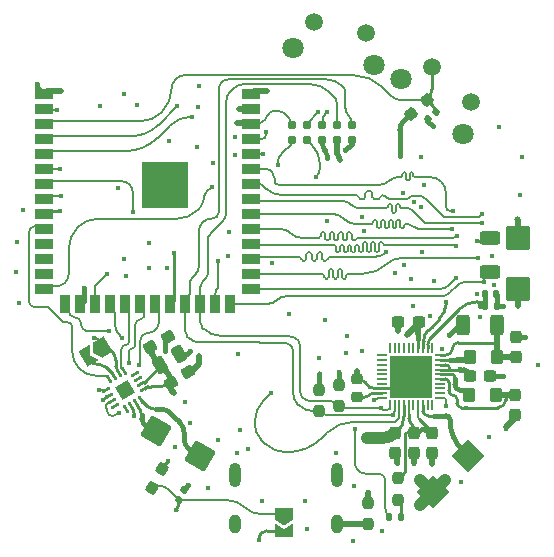
<source format=gbr>
%TF.GenerationSoftware,KiCad,Pcbnew,8.0.5*%
%TF.CreationDate,2025-01-09T20:35:52+01:00*%
%TF.ProjectId,test,74657374-2e6b-4696-9361-645f70636258,rev?*%
%TF.SameCoordinates,PX517370cPY341b1c8*%
%TF.FileFunction,Copper,L4,Bot*%
%TF.FilePolarity,Positive*%
%FSLAX46Y46*%
G04 Gerber Fmt 4.6, Leading zero omitted, Abs format (unit mm)*
G04 Created by KiCad (PCBNEW 8.0.5) date 2025-01-09 20:35:52*
%MOMM*%
%LPD*%
G01*
G04 APERTURE LIST*
G04 Aperture macros list*
%AMRoundRect*
0 Rectangle with rounded corners*
0 $1 Rounding radius*
0 $2 $3 $4 $5 $6 $7 $8 $9 X,Y pos of 4 corners*
0 Add a 4 corners polygon primitive as box body*
4,1,4,$2,$3,$4,$5,$6,$7,$8,$9,$2,$3,0*
0 Add four circle primitives for the rounded corners*
1,1,$1+$1,$2,$3*
1,1,$1+$1,$4,$5*
1,1,$1+$1,$6,$7*
1,1,$1+$1,$8,$9*
0 Add four rect primitives between the rounded corners*
20,1,$1+$1,$2,$3,$4,$5,0*
20,1,$1+$1,$4,$5,$6,$7,0*
20,1,$1+$1,$6,$7,$8,$9,0*
20,1,$1+$1,$8,$9,$2,$3,0*%
%AMRotRect*
0 Rectangle, with rotation*
0 The origin of the aperture is its center*
0 $1 length*
0 $2 width*
0 $3 Rotation angle, in degrees counterclockwise*
0 Add horizontal line*
21,1,$1,$2,0,0,$3*%
%AMFreePoly0*
4,1,6,1.000000,0.000000,0.500000,-0.750000,-0.500000,-0.750000,-0.500000,0.750000,0.500000,0.750000,1.000000,0.000000,1.000000,0.000000,$1*%
%AMFreePoly1*
4,1,6,0.500000,-0.750000,-0.650000,-0.750000,-0.150000,0.000000,-0.650000,0.750000,0.500000,0.750000,0.500000,-0.750000,0.500000,-0.750000,$1*%
G04 Aperture macros list end*
%TA.AperFunction,ComponentPad*%
%ADD10C,1.803400*%
%TD*%
%TA.AperFunction,ComponentPad*%
%ADD11C,1.498600*%
%TD*%
%TA.AperFunction,ComponentPad*%
%ADD12O,1.000000X2.100000*%
%TD*%
%TA.AperFunction,ComponentPad*%
%ADD13O,1.000000X1.600000*%
%TD*%
%TA.AperFunction,SMDPad,CuDef*%
%ADD14RoundRect,0.250000X0.312500X0.625000X-0.312500X0.625000X-0.312500X-0.625000X0.312500X-0.625000X0*%
%TD*%
%TA.AperFunction,SMDPad,CuDef*%
%ADD15RoundRect,0.147500X-0.147500X-0.172500X0.147500X-0.172500X0.147500X0.172500X-0.147500X0.172500X0*%
%TD*%
%TA.AperFunction,SMDPad,CuDef*%
%ADD16C,0.787400*%
%TD*%
%TA.AperFunction,SMDPad,CuDef*%
%ADD17RoundRect,0.140000X-0.140000X-0.170000X0.140000X-0.170000X0.140000X0.170000X-0.140000X0.170000X0*%
%TD*%
%TA.AperFunction,SMDPad,CuDef*%
%ADD18RoundRect,0.237500X-0.237500X0.300000X-0.237500X-0.300000X0.237500X-0.300000X0.237500X0.300000X0*%
%TD*%
%TA.AperFunction,SMDPad,CuDef*%
%ADD19RoundRect,0.100000X-0.900000X0.900000X-0.900000X-0.900000X0.900000X-0.900000X0.900000X0.900000X0*%
%TD*%
%TA.AperFunction,SMDPad,CuDef*%
%ADD20FreePoly0,270.000000*%
%TD*%
%TA.AperFunction,SMDPad,CuDef*%
%ADD21FreePoly1,270.000000*%
%TD*%
%TA.AperFunction,SMDPad,CuDef*%
%ADD22RoundRect,0.237500X0.237500X-0.250000X0.237500X0.250000X-0.237500X0.250000X-0.237500X-0.250000X0*%
%TD*%
%TA.AperFunction,SMDPad,CuDef*%
%ADD23FreePoly0,210.000000*%
%TD*%
%TA.AperFunction,SMDPad,CuDef*%
%ADD24FreePoly1,210.000000*%
%TD*%
%TA.AperFunction,SMDPad,CuDef*%
%ADD25RoundRect,0.237500X0.237500X-0.300000X0.237500X0.300000X-0.237500X0.300000X-0.237500X-0.300000X0*%
%TD*%
%TA.AperFunction,SMDPad,CuDef*%
%ADD26RoundRect,0.237500X-0.141058X-0.355681X0.378558X-0.055681X0.141058X0.355681X-0.378558X0.055681X0*%
%TD*%
%TA.AperFunction,SMDPad,CuDef*%
%ADD27RoundRect,0.225000X-0.250000X0.225000X-0.250000X-0.225000X0.250000X-0.225000X0.250000X0.225000X0*%
%TD*%
%TA.AperFunction,SMDPad,CuDef*%
%ADD28RoundRect,0.250000X0.020994X-0.536362X0.454006X-0.286362X-0.020994X0.536362X-0.454006X0.286362X0*%
%TD*%
%TA.AperFunction,SMDPad,CuDef*%
%ADD29RoundRect,0.237500X-0.038849X-0.342632X0.344173X-0.021239X0.038849X0.342632X-0.344173X0.021239X0*%
%TD*%
%TA.AperFunction,SMDPad,CuDef*%
%ADD30R,1.500000X0.900000*%
%TD*%
%TA.AperFunction,SMDPad,CuDef*%
%ADD31R,0.900000X1.500000*%
%TD*%
%TA.AperFunction,HeatsinkPad*%
%ADD32C,0.600000*%
%TD*%
%TA.AperFunction,SMDPad,CuDef*%
%ADD33R,3.900000X3.900000*%
%TD*%
%TA.AperFunction,SMDPad,CuDef*%
%ADD34RoundRect,0.062500X-0.229127X0.271859X0.120873X-0.334359X0.229127X-0.271859X-0.120873X0.334359X0*%
%TD*%
%TA.AperFunction,SMDPad,CuDef*%
%ADD35RoundRect,0.062500X-0.334359X-0.120873X-0.271859X-0.229127X0.334359X0.120873X0.271859X0.229127X0*%
%TD*%
%TA.AperFunction,HeatsinkPad*%
%ADD36RotRect,1.230000X1.230000X300.000000*%
%TD*%
%TA.AperFunction,SMDPad,CuDef*%
%ADD37RoundRect,0.100000X-1.229423X-0.329423X0.329423X-1.229423X1.229423X0.329423X-0.329423X1.229423X0*%
%TD*%
%TA.AperFunction,SMDPad,CuDef*%
%ADD38RoundRect,0.250000X0.625000X-0.312500X0.625000X0.312500X-0.625000X0.312500X-0.625000X-0.312500X0*%
%TD*%
%TA.AperFunction,SMDPad,CuDef*%
%ADD39RoundRect,0.140000X-0.002028X0.220218X-0.216520X0.040237X0.002028X-0.220218X0.216520X-0.040237X0*%
%TD*%
%TA.AperFunction,SMDPad,CuDef*%
%ADD40RoundRect,0.062500X-0.350000X-0.062500X0.350000X-0.062500X0.350000X0.062500X-0.350000X0.062500X0*%
%TD*%
%TA.AperFunction,SMDPad,CuDef*%
%ADD41RoundRect,0.062500X-0.062500X-0.350000X0.062500X-0.350000X0.062500X0.350000X-0.062500X0.350000X0*%
%TD*%
%TA.AperFunction,HeatsinkPad*%
%ADD42R,3.600000X3.600000*%
%TD*%
%TA.AperFunction,SMDPad,CuDef*%
%ADD43RoundRect,0.237500X-0.080681X0.335256X-0.330681X-0.097756X0.080681X-0.335256X0.330681X0.097756X0*%
%TD*%
%TA.AperFunction,SMDPad,CuDef*%
%ADD44RoundRect,0.237500X-0.300000X-0.237500X0.300000X-0.237500X0.300000X0.237500X-0.300000X0.237500X0*%
%TD*%
%TA.AperFunction,SMDPad,CuDef*%
%ADD45RoundRect,0.250000X-0.275000X-0.350000X0.275000X-0.350000X0.275000X0.350000X-0.275000X0.350000X0*%
%TD*%
%TA.AperFunction,SMDPad,CuDef*%
%ADD46RoundRect,0.100000X0.000000X-1.272792X1.272792X0.000000X0.000000X1.272792X-1.272792X0.000000X0*%
%TD*%
%TA.AperFunction,SMDPad,CuDef*%
%ADD47RoundRect,0.140000X0.077224X-0.206244X0.217224X0.036244X-0.077224X0.206244X-0.217224X-0.036244X0*%
%TD*%
%TA.AperFunction,ViaPad*%
%ADD48C,0.420000*%
%TD*%
%TA.AperFunction,Conductor*%
%ADD49C,0.160000*%
%TD*%
%TA.AperFunction,Conductor*%
%ADD50C,0.500000*%
%TD*%
%TA.AperFunction,Conductor*%
%ADD51C,1.000000*%
%TD*%
%TA.AperFunction,Conductor*%
%ADD52C,0.400000*%
%TD*%
%TA.AperFunction,Conductor*%
%ADD53C,0.250000*%
%TD*%
%TA.AperFunction,Conductor*%
%ADD54C,0.200000*%
%TD*%
G04 APERTURE END LIST*
D10*
%TO.P,SW2,*%
%TO.N,*%
X14927083Y11787951D03*
X9717637Y16478557D03*
D11*
%TO.P,SW2,1,1*%
%TO.N,GND*%
X15660772Y14478363D03*
%TO.P,SW2,2,2*%
%TO.N,SW_L2*%
X12316619Y17489452D03*
%TD*%
D12*
%TO.P,P1,*%
%TO.N,*%
X-4320000Y-17080000D03*
D13*
X-4320000Y-21260000D03*
D12*
X4320000Y-17080000D03*
D13*
%TO.P,P1,S1,SHIELD*%
%TO.N,Net-(P1-SHIELD)*%
X4320000Y-21260000D03*
%TD*%
D10*
%TO.P,SW1,*%
%TO.N,*%
X7456432Y17622643D03*
X599616Y19080103D03*
D11*
%TO.P,SW1,1,1*%
%TO.N,GND*%
X6746619Y20319452D03*
%TO.P,SW1,2,2*%
%TO.N,SW_L3*%
X2344953Y21255056D03*
%TD*%
D14*
%TO.P,NC5,1*%
%TO.N,Net-(U5-FB1)*%
X17862500Y-4400000D03*
%TO.P,NC5,2*%
%TO.N,+3V3*%
X14937500Y-4400000D03*
%TD*%
D15*
%TO.P,D1,1,K*%
%TO.N,Net-(D1-K)*%
X8705000Y-20670000D03*
%TO.P,D1,2,A*%
%TO.N,Net-(D1-A)*%
X9675000Y-20670000D03*
%TD*%
D16*
%TO.P,J2,1,Pin_1*%
%TO.N,GND*%
X5550000Y11265000D03*
%TO.P,J2,2,Pin_2*%
%TO.N,+3V3*%
X4280000Y11265000D03*
%TO.P,J2,3,Pin_3*%
%TO.N,VSYS*%
X3010000Y11265000D03*
%TO.P,J2,4,Pin_4*%
%TO.N,GPIO46*%
X1740000Y11265000D03*
%TO.P,J2,5,Pin_5*%
%TO.N,GPIO0*%
X470000Y11265000D03*
%TO.P,J2,6,Pin_6*%
%TO.N,EN*%
X470000Y12535000D03*
%TO.P,J2,7,Pin_7*%
%TO.N,RXD*%
X1740000Y12535000D03*
%TO.P,J2,8,Pin_8*%
%TO.N,TXD*%
X3010000Y12535000D03*
%TO.P,J2,9,Pin_9*%
%TO.N,CAM_SCL*%
X4280000Y12535000D03*
%TO.P,J2,10,Pin_10*%
%TO.N,CAM_SDA*%
X5550000Y12535000D03*
%TD*%
D17*
%TO.P,C12,1*%
%TO.N,+2V8*%
X16840000Y-2780000D03*
%TO.P,C12,2*%
%TO.N,GND*%
X17800000Y-2780000D03*
%TD*%
D18*
%TO.P,C19,1*%
%TO.N,GND*%
X19420000Y-5397500D03*
%TO.P,C19,2*%
%TO.N,Net-(U5-FB1)*%
X19420000Y-7122500D03*
%TD*%
D19*
%TO.P,3v3J1,1,Pin_1*%
%TO.N,GND*%
X19570000Y2943600D03*
%TO.P,3v3J1,2,Pin_2*%
%TO.N,+3V3*%
X19570000Y-1323600D03*
%TD*%
D20*
%TO.P,JP2,1,A*%
%TO.N,Net-(JP2-A)*%
X-190000Y-20365000D03*
D21*
%TO.P,JP2,2,B*%
%TO.N,PMIC_PWRON*%
X-190000Y-21815000D03*
%TD*%
D22*
%TO.P,R16,1*%
%TO.N,Net-(P1-SHIELD)*%
X6920000Y-21262500D03*
%TO.P,R16,2*%
%TO.N,GND*%
X6920000Y-19437500D03*
%TD*%
D23*
%TO.P,JP4,1,A*%
%TO.N,GND*%
X-15544262Y-6274999D03*
D24*
%TO.P,JP4,2,B*%
%TO.N,Net-(JP4-B)*%
X-16800000Y-7000001D03*
%TD*%
D25*
%TO.P,C16,1*%
%TO.N,GND*%
X10830000Y-15242500D03*
%TO.P,C16,2*%
%TO.N,VSYS*%
X10830000Y-13517500D03*
%TD*%
D22*
%TO.P,R11,1*%
%TO.N,Net-(D1-A)*%
X9480000Y-19190000D03*
%TO.P,R11,2*%
%TO.N,VSYS*%
X9480000Y-17365000D03*
%TD*%
D26*
%TO.P,C6,1*%
%TO.N,VSYS*%
X-11516947Y-6251250D03*
%TO.P,C6,2*%
%TO.N,GND*%
X-10023053Y-5388750D03*
%TD*%
%TO.P,C7,1*%
%TO.N,VSYS*%
X-9786947Y-9271250D03*
%TO.P,C7,2*%
%TO.N,GND*%
X-8293053Y-8408750D03*
%TD*%
D27*
%TO.P,C14,1*%
%TO.N,GND*%
X6010000Y-8975000D03*
%TO.P,C14,2*%
%TO.N,Net-(U5-VREF)*%
X6010000Y-10525000D03*
%TD*%
D28*
%TO.P,C8,1*%
%TO.N,VSYS*%
X-10695777Y-7765000D03*
%TO.P,C8,2*%
%TO.N,GND*%
X-9050329Y-6815000D03*
%TD*%
D29*
%TO.P,R14,1*%
%TO.N,+3V3*%
X10518484Y13453456D03*
%TO.P,R14,2*%
%TO.N,SW_L2*%
X11916516Y14626544D03*
%TD*%
D30*
%TO.P,U2,1,GND*%
%TO.N,GND*%
X-2995000Y15180000D03*
%TO.P,U2,2,3V3*%
%TO.N,+3V3*%
X-2995000Y13910000D03*
%TO.P,U2,3,EN*%
%TO.N,EN*%
X-2995000Y12640000D03*
%TO.P,U2,4,IO4*%
%TO.N,CAM_Y4*%
X-2995000Y11370000D03*
%TO.P,U2,5,IO5*%
%TO.N,CAM_Y3*%
X-2995000Y10100000D03*
%TO.P,U2,6,IO6*%
%TO.N,CAM_Y5*%
X-2995000Y8830000D03*
%TO.P,U2,7,IO7*%
%TO.N,CAM_Y2*%
X-2995000Y7560000D03*
%TO.P,U2,8,IO15*%
%TO.N,CAM_Y6*%
X-2995000Y6290000D03*
%TO.P,U2,9,IO16*%
%TO.N,CAM_PCLK*%
X-2995000Y5020000D03*
%TO.P,U2,10,IO17*%
%TO.N,CAM_Y7*%
X-2995000Y3750000D03*
%TO.P,U2,11,IO18*%
%TO.N,CAM_Y8*%
X-2995000Y2480000D03*
%TO.P,U2,12,IO8*%
%TO.N,CAM_MCLK*%
X-2995000Y1210000D03*
%TO.P,U2,13,IO19*%
%TO.N,CAM_Y9*%
X-2995000Y-60000D03*
%TO.P,U2,14,IO20*%
%TO.N,CAM_HREF*%
X-2995000Y-1330000D03*
D31*
%TO.P,U2,15,IO3*%
%TO.N,CAM_PWDN*%
X-4760000Y-2580000D03*
%TO.P,U2,16,IO46*%
%TO.N,GPIO46*%
X-6030000Y-2580000D03*
%TO.P,U2,17,IO9*%
%TO.N,CAM_SCL*%
X-7300000Y-2580000D03*
%TO.P,U2,18,IO10*%
%TO.N,CAM_SDA*%
X-8570000Y-2580000D03*
%TO.P,U2,19,IO11*%
%TO.N,LEDCNTRL*%
X-9840000Y-2580000D03*
%TO.P,U2,20,IO12*%
%TO.N,WS_AMP*%
X-11110000Y-2580000D03*
%TO.P,U2,21,IO13*%
%TO.N,BCLK_AMP*%
X-12380000Y-2580000D03*
%TO.P,U2,22,IO14*%
%TO.N,SDMODE_AMP*%
X-13650000Y-2580000D03*
%TO.P,U2,23,IO21*%
%TO.N,WS_MIC*%
X-14920000Y-2580000D03*
%TO.P,U2,24,IO47*%
%TO.N,SW_L1*%
X-16190000Y-2580000D03*
%TO.P,U2,25,IO48*%
%TO.N,Net-(JP3-A)*%
X-17460000Y-2580000D03*
%TO.P,U2,26,IO45*%
%TO.N,BCLK_MIC*%
X-18730000Y-2580000D03*
D30*
%TO.P,U2,27,IO0*%
%TO.N,GPIO0*%
X-20495000Y-1330000D03*
%TO.P,U2,28,IO35*%
%TO.N,unconnected-(U2-IO35-Pad28)*%
X-20495000Y-60000D03*
%TO.P,U2,29,IO36*%
%TO.N,unconnected-(U2-IO36-Pad29)*%
X-20495000Y1210000D03*
%TO.P,U2,30,IO37*%
%TO.N,unconnected-(U2-IO37-Pad30)*%
X-20495000Y2480000D03*
%TO.P,U2,31,IO38*%
%TO.N,I2SDAT_AMP*%
X-20495000Y3750000D03*
%TO.P,U2,32,IO39*%
%TO.N,I2SDAT_MIC*%
X-20495000Y5020000D03*
%TO.P,U2,33,IO40*%
%TO.N,PMIC_IRQ*%
X-20495000Y6290000D03*
%TO.P,U2,34,IO41*%
%TO.N,CAM_VSYNC*%
X-20495000Y7560000D03*
%TO.P,U2,35,IO42*%
%TO.N,CAM_RESET*%
X-20495000Y8830000D03*
%TO.P,U2,36,RXD0*%
%TO.N,RXD*%
X-20495000Y10100000D03*
%TO.P,U2,37,TXD0*%
%TO.N,TXD*%
X-20495000Y11370000D03*
%TO.P,U2,38,IO2*%
%TO.N,SW_L2*%
X-20495000Y12640000D03*
%TO.P,U2,39,IO1*%
%TO.N,SW_L3*%
X-20495000Y13910000D03*
%TO.P,U2,40,GND*%
%TO.N,GND*%
X-20495000Y15180000D03*
D32*
%TO.P,U2,41,GND*%
X-8845000Y6760000D03*
X-8845000Y8160000D03*
X-9545000Y6060000D03*
X-9545000Y7460000D03*
X-9545000Y8860000D03*
X-10245000Y6760000D03*
D33*
X-10245000Y7460000D03*
D32*
X-10245000Y8160000D03*
X-10945000Y6060000D03*
X-10945000Y7460000D03*
X-10945000Y8860000D03*
X-11645000Y6760000D03*
X-11645000Y8160000D03*
%TD*%
D34*
%TO.P,U1,1,DIN*%
%TO.N,I2SDAT_AMP*%
X-15034801Y-8996620D03*
%TO.P,U1,2,GAIN_SLOT*%
%TO.N,Net-(JP4-B)*%
X-14601791Y-8746620D03*
%TO.P,U1,3,GND*%
%TO.N,GND*%
X-14168776Y-8496619D03*
%TO.P,U1,4,~{SD_MODE}*%
%TO.N,SDMODE_AMP*%
X-13735763Y-8246621D03*
D35*
%TO.P,U1,5,NC*%
%TO.N,unconnected-(U1-NC-Pad5)*%
X-12796621Y-8498264D03*
%TO.P,U1,6,NC*%
%TO.N,unconnected-(U1-NC-Pad6)*%
X-12546621Y-8931274D03*
%TO.P,U1,7,VDD*%
%TO.N,VSYS*%
X-12296620Y-9364289D03*
%TO.P,U1,8,VDD*%
X-12046622Y-9797302D03*
D34*
%TO.P,U1,9,OUTP*%
%TO.N,SPK_P*%
X-12298265Y-10736444D03*
%TO.P,U1,10,OUTN*%
%TO.N,SPK_N*%
X-12731275Y-10986444D03*
%TO.P,U1,11,GND*%
%TO.N,GND*%
X-13164290Y-11236445D03*
%TO.P,U1,12,NC*%
%TO.N,unconnected-(U1-NC-Pad12)*%
X-13597303Y-11486443D03*
D35*
%TO.P,U1,13,NC*%
%TO.N,unconnected-(U1-NC-Pad13)*%
X-14536445Y-11234800D03*
%TO.P,U1,14,LRCLK*%
%TO.N,WS_AMP*%
X-14786445Y-10801790D03*
%TO.P,U1,15,GND*%
%TO.N,GND*%
X-15036446Y-10368775D03*
%TO.P,U1,16,BCLK*%
%TO.N,BCLK_AMP*%
X-15286444Y-9935762D03*
D36*
%TO.P,U1,17,PAD*%
%TO.N,unconnected-(U1-PAD-Pad17)*%
X-13666533Y-9866532D03*
%TD*%
D37*
%TO.P,J1,1,Pin_1*%
%TO.N,SPK_N*%
X-11027753Y-13353201D03*
%TO.P,J1,2,Pin_2*%
%TO.N,SPK_P*%
X-7332249Y-15486800D03*
%TD*%
D22*
%TO.P,R9,1*%
%TO.N,CAM_SDA*%
X2800000Y-11702500D03*
%TO.P,R9,2*%
%TO.N,+3V3*%
X2800000Y-9877500D03*
%TD*%
D38*
%TO.P,NC1,1*%
%TO.N,CAM_PWDN*%
X17250000Y67500D03*
%TO.P,NC1,2*%
%TO.N,GND*%
X17250000Y2992500D03*
%TD*%
D17*
%TO.P,C11,1*%
%TO.N,+2V8*%
X16820000Y-1800000D03*
%TO.P,C11,2*%
%TO.N,GND*%
X17780000Y-1800000D03*
%TD*%
D25*
%TO.P,C15,1*%
%TO.N,GND*%
X9200000Y-15252500D03*
%TO.P,C15,2*%
%TO.N,VBUS*%
X9200000Y-13527500D03*
%TD*%
D39*
%TO.P,C28,1*%
%TO.N,SW_L2*%
X12697701Y13638538D03*
%TO.P,C28,2*%
%TO.N,GND*%
X11962299Y13021462D03*
%TD*%
D40*
%TO.P,U5,1,CHGLED*%
%TO.N,Net-(D1-K)*%
X8122500Y-10560000D03*
%TO.P,U5,2,VREF*%
%TO.N,Net-(U5-VREF)*%
X8122500Y-10160000D03*
%TO.P,U5,3,GND*%
%TO.N,GND*%
X8122500Y-9760000D03*
%TO.P,U5,4,FB3*%
%TO.N,unconnected-(U5-FB3-Pad4)*%
X8122500Y-9360000D03*
%TO.P,U5,5,LX3*%
%TO.N,unconnected-(U5-LX3-Pad5)*%
X8122500Y-8960000D03*
%TO.P,U5,6,VIN3*%
%TO.N,unconnected-(U5-VIN3-Pad6)*%
X8122500Y-8560000D03*
%TO.P,U5,7,VIN4*%
%TO.N,unconnected-(U5-VIN4-Pad7)*%
X8122500Y-8160000D03*
%TO.P,U5,8,LX4*%
%TO.N,unconnected-(U5-LX4-Pad8)*%
X8122500Y-7760000D03*
%TO.P,U5,9,FB4*%
%TO.N,unconnected-(U5-FB4-Pad9)*%
X8122500Y-7360000D03*
%TO.P,U5,10,CPULDOS*%
%TO.N,unconnected-(U5-CPULDOS-Pad10)*%
X8122500Y-6960000D03*
D41*
%TO.P,U5,11,DLDO2/DC4SW*%
%TO.N,unconnected-(U5-DLDO2{slash}DC4SW-Pad11)*%
X8760000Y-6322500D03*
%TO.P,U5,12,BLDO1*%
%TO.N,unconnected-(U5-BLDO1-Pad12)*%
X9160000Y-6322500D03*
%TO.P,U5,13,BLDOIN*%
%TO.N,unconnected-(U5-BLDOIN-Pad13)*%
X9560000Y-6322500D03*
%TO.P,U5,14,BLDO2*%
%TO.N,unconnected-(U5-BLDO2-Pad14)*%
X9960000Y-6322500D03*
%TO.P,U5,15,ALDO4*%
%TO.N,unconnected-(U5-ALDO4-Pad15)*%
X10360000Y-6322500D03*
%TO.P,U5,16,ALDO3*%
%TO.N,unconnected-(U5-ALDO3-Pad16)*%
X10760000Y-6322500D03*
%TO.P,U5,17,ALDOIN*%
%TO.N,VSYS*%
X11160000Y-6322500D03*
%TO.P,U5,18,ALDO1*%
%TO.N,+1V5*%
X11560000Y-6322500D03*
%TO.P,U5,19,ALDO2*%
%TO.N,+2V8*%
X11960000Y-6322500D03*
%TO.P,U5,20,DLDO1/DC1SW*%
%TO.N,unconnected-(U5-DLDO1{slash}DC1SW-Pad20)*%
X12360000Y-6322500D03*
D40*
%TO.P,U5,21,FB1*%
%TO.N,Net-(U5-FB1)*%
X12997500Y-6960000D03*
%TO.P,U5,22,LX1*%
%TO.N,Net-(U5-LX1)*%
X12997500Y-7360000D03*
%TO.P,U5,23,VIN1*%
%TO.N,VSYS*%
X12997500Y-7760000D03*
%TO.P,U5,24,VIN2*%
X12997500Y-8160000D03*
%TO.P,U5,25,LX2*%
%TO.N,Net-(U5-LX2)*%
X12997500Y-8560000D03*
%TO.P,U5,26,FB2*%
%TO.N,+3V3CAM*%
X12997500Y-8960000D03*
%TO.P,U5,27,VBACKUP*%
%TO.N,unconnected-(U5-VBACKUP-Pad27)*%
X12997500Y-9360000D03*
%TO.P,U5,28,VRTC*%
%TO.N,unconnected-(U5-VRTC-Pad28)*%
X12997500Y-9760000D03*
%TO.P,U5,29,PWROK*%
%TO.N,unconnected-(U5-PWROK-Pad29)*%
X12997500Y-10160000D03*
%TO.P,U5,30,PWRON*%
%TO.N,PMIC_PWRON*%
X12997500Y-10560000D03*
D41*
%TO.P,U5,31,TS*%
%TO.N,unconnected-(U5-TS-Pad31)*%
X12360000Y-11197500D03*
%TO.P,U5,32,GPIO1/FB5/RTC/LDO2*%
%TO.N,unconnected-(U5-GPIO1{slash}FB5{slash}RTC{slash}LDO2-Pad32)*%
X11960000Y-11197500D03*
%TO.P,U5,33,BAT*%
%TO.N,VBAT*%
X11560000Y-11197500D03*
%TO.P,U5,34,VSYS*%
%TO.N,VSYS*%
X11160000Y-11197500D03*
%TO.P,U5,35,SW*%
%TO.N,unconnected-(U5-SW-Pad35)*%
X10760000Y-11197500D03*
%TO.P,U5,36,VMID*%
%TO.N,VSYS*%
X10360000Y-11197500D03*
%TO.P,U5,37,VBUS*%
%TO.N,VBUS*%
X9960000Y-11197500D03*
%TO.P,U5,38,IRQ*%
%TO.N,PMIC_IRQ*%
X9560000Y-11197500D03*
%TO.P,U5,39,SDA*%
%TO.N,CAM_SDA*%
X9160000Y-11197500D03*
%TO.P,U5,40,SCK*%
%TO.N,CAM_SCL*%
X8760000Y-11197500D03*
D42*
%TO.P,U5,41,EP*%
%TO.N,GND*%
X10560000Y-8760000D03*
%TD*%
D43*
%TO.P,R13,1*%
%TO.N,+3V3*%
X-10503750Y-16589752D03*
%TO.P,R13,2*%
%TO.N,Net-(JP2-A)*%
X-11416250Y-18170248D03*
%TD*%
D44*
%TO.P,C18,1*%
%TO.N,GND*%
X9465000Y-4130000D03*
%TO.P,C18,2*%
%TO.N,VSYS*%
X11190000Y-4130000D03*
%TD*%
D25*
%TO.P,C22,1*%
%TO.N,GND*%
X19350000Y-12002500D03*
%TO.P,C22,2*%
%TO.N,+3V3CAM*%
X19350000Y-10277500D03*
%TD*%
D22*
%TO.P,R8,1*%
%TO.N,CAM_SCL*%
X4490000Y-11282500D03*
%TO.P,R8,2*%
%TO.N,+3V3*%
X4490000Y-9457500D03*
%TD*%
D45*
%TO.P,L1,1,1*%
%TO.N,Net-(U5-LX1)*%
X15540000Y-7060000D03*
%TO.P,L1,2,2*%
%TO.N,Net-(U5-FB1)*%
X17840000Y-7060000D03*
%TD*%
D25*
%TO.P,C17,1*%
%TO.N,GND*%
X12300000Y-15240000D03*
%TO.P,C17,2*%
%TO.N,VSYS*%
X12300000Y-13515000D03*
%TD*%
D46*
%TO.P,BAT1,1,Pin_1*%
%TO.N,GND*%
X12377238Y-18514604D03*
%TO.P,BAT1,2,Pin_2*%
%TO.N,VBAT*%
X15394604Y-15497238D03*
%TD*%
D45*
%TO.P,L2,1,1*%
%TO.N,Net-(U5-LX2)*%
X15470000Y-10340000D03*
%TO.P,L2,2,2*%
%TO.N,+3V3CAM*%
X17770000Y-10340000D03*
%TD*%
D47*
%TO.P,C34,1*%
%TO.N,Net-(JP2-A)*%
X-9130000Y-19205692D03*
%TO.P,C34,2*%
%TO.N,GND*%
X-8650000Y-18374308D03*
%TD*%
D44*
%TO.P,C20,1*%
%TO.N,VSYS*%
X15517500Y-8700000D03*
%TO.P,C20,2*%
%TO.N,GND*%
X17242500Y-8700000D03*
%TD*%
D48*
%TO.N,GND*%
X-22920000Y60000D03*
X3400000Y4450000D03*
X11370000Y9810000D03*
X-4910000Y1460000D03*
X-1670000Y15400000D03*
X-3940000Y-13322700D03*
X-13780000Y15130000D03*
X-15740000Y14170000D03*
X14750000Y-17710000D03*
X19990000Y9870000D03*
X10710000Y-2760000D03*
X-2030000Y-19260000D03*
X-4150000Y-15260000D03*
X18600000Y-13200000D03*
X200000Y-3490000D03*
X-7550000Y10680000D03*
X-4390000Y11510000D03*
X-7420000Y15830000D03*
X5160000Y-5280000D03*
X-12890000Y-12090000D03*
X-16270000Y-5490000D03*
X1580000Y-19310000D03*
X5600000Y-22700000D03*
X6610000Y3530000D03*
X12300000Y-16140000D03*
X5690000Y-18060000D03*
X19790000Y6650000D03*
X6010000Y-8270000D03*
X-6640000Y-18180000D03*
X16170000Y2750000D03*
X-8570000Y-10900000D03*
X18321724Y-8700000D03*
X-10120000Y470000D03*
X18010000Y12340000D03*
X-4890000Y3500000D03*
X-9450000Y-14700000D03*
X5000000Y10400000D03*
X5050000Y-6780000D03*
X-3240000Y-14910000D03*
X-4060000Y-6810000D03*
X3290000Y-3970000D03*
X21320000Y-7810000D03*
X8130000Y-21850000D03*
X17450000Y1450000D03*
X16380000Y-3740000D03*
X6420002Y4790000D03*
X2740000Y-7170000D03*
X4170000Y-15230000D03*
X-7400000Y-7020000D03*
X-15560000Y-10750000D03*
X18350000Y-2760000D03*
X19560000Y4560000D03*
X11481511Y1830000D03*
X20172490Y-5397500D03*
X11280000Y-19600000D03*
X-8140000Y-12690000D03*
X-4340000Y10020000D03*
X11420001Y5609999D03*
X-19100000Y15410000D03*
X10560000Y-480000D03*
X9380000Y-16080000D03*
X10799998Y6040000D03*
X6420000Y-6620000D03*
X1730000Y-21660000D03*
X-10250000Y-6610000D03*
X-11610000Y2540000D03*
X-22810000Y2600000D03*
X-22620000Y-2500000D03*
X-8170000Y-6570000D03*
X11340000Y-17500000D03*
X-21082000Y16002000D03*
X-13710000Y1230000D03*
X11660000Y7440000D03*
X17190000Y-13860000D03*
X-9980000Y11170000D03*
X9460000Y-4940000D03*
X-11670000Y470000D03*
X13400000Y-17500000D03*
X-22300000Y5380000D03*
X10840000Y-16120000D03*
X6930000Y-18580000D03*
X12390000Y12450000D03*
X-8290000Y-17960000D03*
%TO.N,EN*%
X-4145016Y12715016D03*
%TO.N,+3V3*%
X4460000Y-8380000D03*
X4540000Y9580000D03*
X-12653917Y14257476D03*
X2810000Y-8507657D03*
X9600000Y9930000D03*
X-5780000Y-14130000D03*
X13800000Y-5200000D03*
X-10040000Y-15920000D03*
X-4045538Y13910000D03*
X-6250000Y9330000D03*
X19570000Y-2799998D03*
X-14267500Y7200000D03*
X-7470000Y14090000D03*
%TO.N,VSYS*%
X-9510000Y-10180000D03*
X14710000Y-8150000D03*
X10200000Y-5200000D03*
X11600000Y-13170000D03*
X3470000Y9780000D03*
X-13600000Y-200000D03*
X-1240000Y830000D03*
%TO.N,CAM_PCLK*%
X14050000Y3720000D03*
%TO.N,+2V8*%
X16354141Y-2759998D03*
%TO.N,VBUS*%
X6840000Y-13960000D03*
X7980000Y-13960000D03*
%TO.N,SW_L3*%
X-19450000Y13820000D03*
%TO.N,SW_L1*%
X-15150000Y-70000D03*
%TO.N,Net-(D1-K)*%
X5780000Y-13230000D03*
X7390000Y-10780000D03*
%TO.N,+3V3CAM*%
X12460000Y-650000D03*
X15200000Y-11400000D03*
X13200000Y-6400000D03*
X9200000Y0D03*
X9890000Y6820000D03*
%TO.N,LEDCNTRL*%
X-9530000Y1720000D03*
%TO.N,RXD*%
X2710000Y13630000D03*
X-7980000Y13240000D03*
%TO.N,TXD*%
X3410000Y13640000D03*
X-9264693Y14114693D03*
%TO.N,GPIO0*%
X-713589Y9164400D03*
X-6340000Y7310000D03*
%TO.N,GPIO46*%
X-5810000Y1000000D03*
X2530000Y8170000D03*
%TO.N,CAM_PWDN*%
X16690000Y-740000D03*
%TO.N,CAM_RESET*%
X10000000Y700000D03*
X16130000Y-1800000D03*
X-19200000Y8800000D03*
%TO.N,PMIC_PWRON*%
X13530000Y-11210000D03*
X-2310000Y-22590000D03*
%TO.N,I2SDAT_MIC*%
X-19170000Y5250000D03*
%TO.N,CAM_SDA*%
X8990000Y-12050000D03*
%TO.N,CAM_SCL*%
X7970000Y-11400000D03*
%TO.N,PMIC_IRQ*%
X-19110000Y6510000D03*
X-1330000Y-10120000D03*
%TO.N,BCLK_AMP*%
X-15900000Y-9930000D03*
X-13360000Y-7580000D03*
%TO.N,WS_AMP*%
X-14180000Y-11800000D03*
X-12440000Y-7760000D03*
%TO.N,CAM_Y3*%
X-1940000Y10110000D03*
%TO.N,CAM_MCLK*%
X8470000Y1770000D03*
%TO.N,BCLK_MIC*%
X-15030000Y-4880000D03*
%TO.N,CAM_Y5*%
X14120000Y5230000D03*
%TO.N,CAM_Y6*%
X16550000Y4260000D03*
%TO.N,WS_MIC*%
X-13920000Y-5490000D03*
%TO.N,CAM_Y4*%
X-1720000Y11930000D03*
%TO.N,CAM_Y8*%
X14319117Y2319117D03*
%TO.N,CAM_VSYNC*%
X12200000Y-3600000D03*
X17550000Y-1020000D03*
X-13000000Y5200000D03*
%TO.N,CAM_Y9*%
X16230000Y1250000D03*
%TO.N,CAM_Y2*%
X16579376Y5010624D03*
%TO.N,CAM_HREF*%
X14400000Y-400000D03*
%TO.N,CAM_Y7*%
X14430000Y3130000D03*
%TO.N,+1V5*%
X13534976Y-2463401D03*
%TO.N,Net-(JP2-A)*%
X-9340000Y-20070000D03*
%TO.N,Net-(JP3-A)*%
X-17140000Y-1300000D03*
%TD*%
D49*
%TO.N,CAM_Y8*%
X14258234Y2380000D02*
X8280000Y2380000D01*
X14319117Y2319117D02*
X14258234Y2380000D01*
D50*
%TO.N,GND*%
X9465000Y-4935000D02*
X9460000Y-4940000D01*
D51*
X12377238Y-18514604D02*
X12391164Y-18508835D01*
D52*
X-9050329Y-6815000D02*
X-8415000Y-6815000D01*
D50*
X10830000Y-15242500D02*
X10830000Y-16095858D01*
D52*
X19420000Y-5397500D02*
X20172490Y-5397500D01*
D53*
X16170000Y2750000D02*
X17088934Y2750000D01*
X-15549011Y-10750000D02*
X-15560000Y-10750000D01*
X-14450000Y-7897036D02*
X-14450000Y-7369261D01*
X8122500Y-9760000D02*
X7382132Y-9760000D01*
D52*
X5000000Y10400000D02*
X5550000Y10950000D01*
X17242500Y-8700000D02*
X18321724Y-8700000D01*
X-9126106Y-6890777D02*
X-9050329Y-6815000D01*
D50*
X-2775000Y15400000D02*
X-1670000Y15400000D01*
X-2995000Y15180000D02*
X-2775000Y15400000D01*
D52*
X11932949Y12907050D02*
X12390000Y12450000D01*
D50*
X-7440000Y-7710000D02*
X-7947215Y-8217215D01*
D51*
X11300216Y-19591626D02*
X11280000Y-19600000D01*
D52*
X-8415000Y-6815000D02*
X-8170000Y-6570000D01*
D50*
X-20265000Y15410000D02*
X-20495000Y15180000D01*
X9465000Y-4130000D02*
X9465000Y-4935000D01*
D53*
X8122500Y-9760000D02*
X10560000Y-9760000D01*
X-12890000Y-11898639D02*
X-12890000Y-12090000D01*
D50*
X6920000Y-19437500D02*
X6920000Y-18604142D01*
D52*
X17790000Y-2760000D02*
X18350000Y-2760000D01*
D53*
X-15269262Y-6000000D02*
X-15544262Y-6275000D01*
D52*
X-9126106Y-6937500D02*
X-9126106Y-6890777D01*
X-10250000Y-5936648D02*
X-10250000Y-6610000D01*
D50*
X6010000Y-8270000D02*
X6010000Y-8975000D01*
X-19100000Y15410000D02*
X-20265000Y15410000D01*
D53*
X-15232174Y-10433163D02*
X-15549011Y-10750000D01*
D51*
X12338600Y-18498599D02*
X11340000Y-17500000D01*
D50*
X-7400000Y-7020000D02*
X-7400000Y-7613432D01*
X12300000Y-15240000D02*
X12300000Y-16140000D01*
D52*
X-21082000Y16002000D02*
X-21082000Y15767000D01*
X5550000Y10950000D02*
X5550000Y11265000D01*
D53*
X10560000Y-9760000D02*
X10560000Y-8760000D01*
D52*
X11922299Y12911462D02*
X11932949Y12907050D01*
D51*
X12377238Y-18514604D02*
X11300216Y-19591626D01*
D52*
X-21082000Y15767000D02*
X-20495000Y15180000D01*
D50*
X12377238Y-18514604D02*
X12357023Y-18522978D01*
X9370000Y-15240000D02*
X9370000Y-16055858D01*
D53*
X-14448138Y-7898898D02*
X-14450000Y-7897036D01*
D50*
X-20495000Y15180000D02*
X-20494980Y15180000D01*
X19570000Y2943600D02*
X19570000Y4535858D01*
X19350000Y-12250000D02*
X18600000Y-13000000D01*
D52*
X17790000Y-2760000D02*
X17790000Y-1830000D01*
D53*
X7020000Y-9610000D02*
X6650165Y-9240165D01*
D51*
X12391164Y-18508835D02*
X13400000Y-17500000D01*
D53*
X-15544262Y-6274999D02*
X-15544262Y-6215738D01*
D52*
X-8662812Y-18332811D02*
X-8290000Y-17960000D01*
D50*
X19350000Y-12002500D02*
X19350000Y-12250000D01*
D53*
X-14450000Y-7369261D02*
G75*
G03*
X-15544262Y-6275000I-1094300J-39D01*
G01*
D52*
X-8680000Y-18374308D02*
G75*
G02*
X-8662819Y-18332804I58700J8D01*
G01*
D50*
X-7400000Y-7613432D02*
G75*
G02*
X-7440009Y-7709991I-136600J32D01*
G01*
D53*
X17088934Y2750000D02*
G75*
G02*
X17269990Y2674990I-34J-256100D01*
G01*
D50*
X9370000Y-16055858D02*
G75*
G03*
X9379988Y-16080012I34100J-42D01*
G01*
X6920000Y-18604142D02*
G75*
G02*
X6929988Y-18579988I34100J42D01*
G01*
D53*
X-14207947Y-8402053D02*
G75*
G02*
X-14448108Y-7898895I599947J595253D01*
G01*
X-15544262Y-6215738D02*
G75*
G03*
X-16270000Y-5489962I-725738J38D01*
G01*
X-13164290Y-11236445D02*
G75*
G02*
X-12890033Y-11898639I-662210J-662155D01*
G01*
D51*
X12377238Y-18514604D02*
G75*
G02*
X12338589Y-18498610I-38J54604D01*
G01*
D50*
X19570000Y4535858D02*
G75*
G03*
X19560012Y4560012I-34100J42D01*
G01*
X-7947215Y-8217215D02*
G75*
G02*
X-8313053Y-8368790I-365885J365815D01*
G01*
D53*
X6650165Y-9240165D02*
G75*
G03*
X6010000Y-8974991I-640165J-640135D01*
G01*
D50*
X-8086814Y-8399836D02*
G75*
G03*
X-8313053Y-8368755I-236186J-880264D01*
G01*
D53*
X7382132Y-9760000D02*
G75*
G02*
X7019991Y-9610009I-32J512100D01*
G01*
X-15036446Y-10368775D02*
G75*
G03*
X-15232159Y-10433184I3546J-340325D01*
G01*
D52*
X-10092769Y-5462735D02*
G75*
G03*
X-10250035Y-5936649I588269J-458265D01*
G01*
D53*
%TO.N,VBAT*%
X11560000Y-11197500D02*
X11560000Y-11712721D01*
D52*
X14922523Y-15025156D02*
X15394604Y-15497238D01*
X13860000Y-12415563D02*
X13860000Y-12460000D01*
X12520000Y-12060000D02*
X13532721Y-12060000D01*
D53*
X11963847Y-12060000D02*
X12520000Y-12060000D01*
X11560000Y-11712721D02*
G75*
G03*
X11650006Y-11929994I307300J21D01*
G01*
D52*
X13750000Y-12150000D02*
G75*
G02*
X13860015Y-12415563I-265600J-265600D01*
G01*
X13532721Y-12060000D02*
G75*
G02*
X13749994Y-12150006I-21J-307300D01*
G01*
X13860000Y-12460000D02*
G75*
G03*
X14922518Y-15025161I3627700J0D01*
G01*
D53*
X11650000Y-11930000D02*
G75*
G03*
X11963847Y-12059980I313800J313800D01*
G01*
D54*
%TO.N,EN*%
X-1490000Y13490000D02*
X-1371421Y13608579D01*
X-1800000Y12980000D02*
X-1768285Y13011715D01*
X-230000Y13570000D02*
X233119Y13106881D01*
D50*
X-4145016Y12715016D02*
X-3176104Y12715016D01*
D54*
X-1636360Y13343639D02*
X-1490000Y13490000D01*
X-1700000Y13176569D02*
X-1700000Y13190000D01*
X-981716Y13770000D02*
X-712842Y13770000D01*
X-2995000Y12640000D02*
X-2620832Y12640000D01*
X-1700000Y13190000D02*
G75*
G02*
X-1636365Y13343644I217300J0D01*
G01*
X-2620832Y12640000D02*
G75*
G03*
X-1799990Y12979990I32J1160800D01*
G01*
X233119Y13106881D02*
G75*
G02*
X469989Y12535000I-571919J-571881D01*
G01*
X-1371421Y13608579D02*
G75*
G02*
X-981716Y13770019I389721J-389679D01*
G01*
X-712842Y13770000D02*
G75*
G02*
X-229987Y13570013I42J-682800D01*
G01*
X-1768285Y13011715D02*
G75*
G03*
X-1699967Y13176569I-164815J164885D01*
G01*
D50*
X-3176104Y12715016D02*
G75*
G02*
X-2994999Y12640001I4J-256116D01*
G01*
%TO.N,+3V3*%
X4318696Y11195337D02*
X4318696Y10114275D01*
D52*
X14600000Y-4400000D02*
X13800000Y-5200000D01*
X9600000Y12101594D02*
X9600000Y9930000D01*
X4490000Y-9457500D02*
X4490000Y-8452426D01*
X14937500Y-4400000D02*
X14600000Y-4400000D01*
X2800000Y-9877500D02*
X2800000Y-8531799D01*
D50*
X-2995000Y13910000D02*
X-4045538Y13910000D01*
D52*
X10509900Y13449901D02*
X9910000Y12850000D01*
D53*
X-10358085Y-16238084D02*
X-10040000Y-15920000D01*
D50*
X4280000Y11265000D02*
X4298098Y11245048D01*
X4298098Y11245048D02*
X4318696Y11195337D01*
X19570000Y-1323600D02*
X19570000Y-2799998D01*
D52*
X10518484Y13453456D02*
X10509900Y13449901D01*
X4490000Y-8452426D02*
G75*
G03*
X4460008Y-8379992I-102400J26D01*
G01*
X9910000Y12850000D02*
G75*
G03*
X9600003Y12101594I748400J-748400D01*
G01*
D53*
X-10503750Y-16589752D02*
G75*
G02*
X-10358064Y-16238105I497350J-48D01*
G01*
D50*
X4318696Y10114275D02*
G75*
G03*
X4540007Y9580007I755604J25D01*
G01*
D52*
X2800000Y-8531799D02*
G75*
G02*
X2810009Y-8507666I34100J-1D01*
G01*
D54*
%TO.N,VSYS*%
X10360000Y-11197500D02*
X10360000Y-11910000D01*
D53*
X14700000Y-8160000D02*
X14710000Y-8150000D01*
X10802500Y-13490000D02*
X10330000Y-13490000D01*
X-10627072Y-7817072D02*
X-10620000Y-7800000D01*
X11250000Y-12380000D02*
X12239896Y-13369896D01*
D50*
X11160000Y-5180000D02*
X11160000Y-4160000D01*
D53*
X12997500Y-8160000D02*
X14700000Y-8160000D01*
D52*
X11693977Y-13263977D02*
X11600000Y-13170000D01*
X3010000Y10957990D02*
X3010000Y11265000D01*
D49*
X11160000Y-11197500D02*
X11160000Y-12020000D01*
D53*
X-11476968Y-9596968D02*
X-10573487Y-9596968D01*
D52*
X15517500Y-8697500D02*
X15517500Y-8700000D01*
X3470000Y9780000D02*
X3470000Y9913016D01*
D53*
X10830000Y-13517500D02*
X10830000Y-13469116D01*
D52*
X14721061Y-8161061D02*
X15040442Y-8161061D01*
D50*
X-10244078Y-8175921D02*
X-10620000Y-7800000D01*
X10200000Y-5200000D02*
X11190000Y-4210000D01*
D53*
X10040000Y-13780000D02*
X10040000Y-16804999D01*
D50*
X11190000Y-4130000D02*
X11418163Y-4130000D01*
D49*
X11160000Y-12020000D02*
X11160000Y-12162721D01*
D50*
X-11049152Y-7370848D02*
X-10620000Y-7800000D01*
D52*
X11160000Y-5550000D02*
X11160000Y-5180000D01*
D53*
X-11482042Y-9602042D02*
X-11476968Y-9596968D01*
D50*
X-9806947Y-9231250D02*
X-9806947Y-9883053D01*
D53*
X-11684670Y-9602042D02*
X-11482042Y-9602042D01*
X-12087801Y-9277801D02*
X-10627072Y-7817072D01*
D50*
X11190000Y-4210000D02*
X11190000Y-4130000D01*
D53*
X11160000Y-6322500D02*
X11160000Y-5550000D01*
D50*
X-9806947Y-9883053D02*
X-9510000Y-10180000D01*
D52*
X3260000Y10420000D02*
X3213640Y10466360D01*
D53*
X10830000Y-13517500D02*
X10772500Y-13517500D01*
D52*
X14710000Y-8150000D02*
X14721061Y-8161061D01*
X11551252Y-13218747D02*
X11600000Y-13170000D01*
D53*
X-11996569Y-9776570D02*
X-11960000Y-9740000D01*
X10360000Y-12334437D02*
X10360000Y-11910000D01*
X12997500Y-7760000D02*
X13490000Y-7760000D01*
X-11960000Y-9740000D02*
G75*
G02*
X-11684670Y-9602045I349900J-354600D01*
G01*
X-10573487Y-9596968D02*
G75*
G03*
X-9806949Y-9231248I-139213J1277968D01*
G01*
D52*
X10830000Y-13517500D02*
G75*
G03*
X11551251Y-13218746I0J1020000D01*
G01*
D53*
X10330000Y-13490000D02*
G75*
G03*
X10040000Y-13780000I0J-290000D01*
G01*
D52*
X3213640Y10466360D02*
G75*
G02*
X3010002Y10957990I491660J491640D01*
G01*
X15040442Y-8161061D02*
G75*
G02*
X15517552Y-8697500I-65042J-538239D01*
G01*
D53*
X10830000Y-13517500D02*
G75*
G03*
X10802500Y-13490000I-27500J0D01*
G01*
X12239896Y-13369896D02*
G75*
G02*
X12300002Y-13515000I-145096J-145104D01*
G01*
X13490000Y-7760000D02*
G75*
G02*
X13840000Y-8110000I0J-350000D01*
G01*
X10830000Y-13469116D02*
G75*
G03*
X10470005Y-12599995I-1229100J16D01*
G01*
X-12296620Y-9364289D02*
G75*
G03*
X-12087800Y-9277802I20J295289D01*
G01*
D52*
X3470000Y9913016D02*
G75*
G03*
X3259996Y10419996I-717000J-16D01*
G01*
D53*
X10470000Y-12600000D02*
G75*
G02*
X10359985Y-12334437I265600J265600D01*
G01*
D50*
X-11466608Y-6363040D02*
G75*
G03*
X-11049147Y-7370843I1425308J40D01*
G01*
D53*
X10040000Y-16804999D02*
G75*
G02*
X9480000Y-17365000I-560000J-1D01*
G01*
D50*
X11160000Y-4160000D02*
G75*
G02*
X11190000Y-4130000I30000J0D01*
G01*
D49*
X11160000Y-12162721D02*
G75*
G03*
X11250006Y-12379994I307300J21D01*
G01*
D50*
X-9806947Y-9231250D02*
G75*
G03*
X-10244105Y-8175948I-1492453J-50D01*
G01*
D53*
X-12046622Y-9797302D02*
G75*
G03*
X-11996555Y-9776584I22J70802D01*
G01*
D52*
X12300000Y-13515000D02*
G75*
G02*
X11693986Y-13263968I0J857000D01*
G01*
D49*
%TO.N,CAM_PCLK*%
X8662539Y4384067D02*
X8662539Y4160000D01*
X3881594Y5020000D02*
X-2995000Y5020000D01*
X8530539Y3803933D02*
X8464539Y3803933D01*
X8332539Y4160000D02*
X8332539Y4384067D01*
X8662539Y4160000D02*
X8662539Y3935933D01*
X9652539Y4028000D02*
X9652539Y4160000D01*
X8860539Y4516067D02*
X8794539Y4516067D01*
X9982539Y4028000D02*
X9982539Y3935933D01*
X7870539Y3803933D02*
X7804539Y3803933D01*
X8332539Y3935933D02*
X8332539Y4160000D01*
X7210539Y4160000D02*
X7144539Y4160000D01*
X14050000Y3720000D02*
X14055552Y3722300D01*
X8992539Y3935933D02*
X8992539Y4160000D01*
X7342539Y4384055D02*
X7342539Y4292000D01*
X14064726Y3722300D02*
X11240000Y3722300D01*
X11240000Y3722300D02*
X11223246Y3722300D01*
X8200539Y4516067D02*
X8134539Y4516067D01*
X10250589Y4160000D02*
X10114539Y4160000D01*
X8992539Y4160000D02*
X8992539Y4384067D01*
X9322539Y4160000D02*
X9322539Y3935933D01*
X4899878Y4570122D02*
X4851923Y4618076D01*
X9652539Y4160000D02*
X9652539Y4384067D01*
X9652539Y3935933D02*
X9652539Y4028000D01*
X9520539Y4516067D02*
X9454539Y4516067D01*
X9190539Y3803933D02*
X9124539Y3803933D01*
X7672539Y4292000D02*
X7672539Y4384055D01*
X9850539Y3803933D02*
X9784539Y3803933D01*
X6990000Y4160000D02*
X5890000Y4160000D01*
X7144539Y4160000D02*
X6990000Y4160000D01*
X7672539Y4160000D02*
X7672539Y4292000D01*
X8002539Y4384067D02*
X8002539Y4160000D01*
X7672539Y3935933D02*
X7672539Y4160000D01*
X7540539Y4516055D02*
X7474539Y4516055D01*
X9322539Y4384067D02*
X9322539Y4160000D01*
X14055552Y3722300D02*
X14064726Y3722300D01*
X8002539Y4160000D02*
X8002539Y3935933D01*
X8002539Y3935933D02*
G75*
G02*
X7870539Y3803861I-132039J-33D01*
G01*
X8794539Y4516067D02*
G75*
G03*
X8662533Y4384067I-39J-131967D01*
G01*
X4851923Y4618076D02*
G75*
G03*
X3881594Y5019981I-970323J-970376D01*
G01*
X7474539Y4516055D02*
G75*
G03*
X7342545Y4384055I-39J-131955D01*
G01*
X9652539Y4384067D02*
G75*
G03*
X9520539Y4516139I-132039J33D01*
G01*
X7342539Y4292000D02*
G75*
G02*
X7210539Y4159961I-132039J0D01*
G01*
X5890000Y4160000D02*
G75*
G02*
X4899887Y4570131I0J1400200D01*
G01*
X8662539Y3935933D02*
G75*
G02*
X8530539Y3803861I-132039J-33D01*
G01*
X9982539Y3935933D02*
G75*
G02*
X9850539Y3803861I-132039J-33D01*
G01*
X8464539Y3803933D02*
G75*
G02*
X8332533Y3935933I-39J131967D01*
G01*
X9784539Y3803933D02*
G75*
G02*
X9652533Y3935933I-39J131967D01*
G01*
X11223246Y3722300D02*
G75*
G02*
X10829992Y3919992I110454J709700D01*
G01*
X10830000Y3920000D02*
G75*
G03*
X10250589Y4159995I-579400J-579400D01*
G01*
X9124539Y3803933D02*
G75*
G02*
X8992533Y3935933I-39J131967D01*
G01*
X8992539Y4384067D02*
G75*
G03*
X8860539Y4516139I-132039J33D01*
G01*
X8134539Y4516067D02*
G75*
G03*
X8002533Y4384067I-39J-131967D01*
G01*
X9322539Y3935933D02*
G75*
G02*
X9190539Y3803861I-132039J-33D01*
G01*
X7672539Y4384055D02*
G75*
G03*
X7540539Y4516139I-132039J45D01*
G01*
X9454539Y4516067D02*
G75*
G03*
X9322533Y4384067I-39J-131967D01*
G01*
X10114539Y4160000D02*
G75*
G03*
X9982500Y4028000I-39J-132000D01*
G01*
X8332539Y4384067D02*
G75*
G03*
X8200539Y4516139I-132039J33D01*
G01*
X7804539Y3803933D02*
G75*
G02*
X7672533Y3935933I-39J131967D01*
G01*
D53*
%TO.N,+2V8*%
X11960000Y-6322500D02*
X11960000Y-6059411D01*
D52*
X16830000Y-2420000D02*
X16830000Y-2760000D01*
X16830000Y-1770000D02*
X16830000Y-2420000D01*
D53*
X16154507Y-2420000D02*
X16830000Y-2420000D01*
X16820000Y-2750000D02*
X16830000Y-2760000D01*
D52*
X16830000Y-2760000D02*
X16354142Y-2760000D01*
D53*
X12200000Y-5480000D02*
X14627484Y-3052516D01*
X11960000Y-6059411D02*
G75*
G02*
X12199997Y-5479997I819400J11D01*
G01*
X14627484Y-3052516D02*
G75*
G02*
X16154507Y-2419996I1527016J-1526984D01*
G01*
%TO.N,Net-(U5-VREF)*%
X8122500Y-10160000D02*
X7375563Y-10160000D01*
X6494376Y-10525000D02*
X6010000Y-10525000D01*
X7110000Y-10270000D02*
G75*
G02*
X6494376Y-10524990I-615600J615600D01*
G01*
X7375563Y-10160000D02*
G75*
G03*
X7110011Y-10270011I37J-375600D01*
G01*
D51*
%TO.N,VBUS*%
X6840000Y-13960000D02*
X8155853Y-13960000D01*
D50*
X9200000Y-13527500D02*
X9198232Y-13531768D01*
D53*
X9960000Y-11197500D02*
X9960000Y-12085614D01*
X9960000Y-12085614D02*
G75*
G02*
X9369996Y-13509996I-2014400J14D01*
G01*
D51*
X8155853Y-13960000D02*
G75*
G03*
X9200014Y-13527514I47J1476600D01*
G01*
D54*
%TO.N,SW_L3*%
X-19450000Y13820000D02*
X-20277721Y13820000D01*
X-20277721Y13820000D02*
G75*
G02*
X-20494994Y13910006I21J307300D01*
G01*
D53*
%TO.N,Net-(JP4-B)*%
X-14678449Y-8561551D02*
X-15272010Y-7967990D01*
X-16821742Y-7326070D02*
X-16846562Y-7301250D01*
X-15750000Y-7770000D02*
G75*
G02*
X-16821748Y-7326076I0J1515700D01*
G01*
X-14601791Y-8746620D02*
G75*
G03*
X-14678443Y-8561545I-261709J20D01*
G01*
X-15272010Y-7967990D02*
G75*
G03*
X-15750000Y-7770006I-477990J-478010D01*
G01*
D49*
%TO.N,SW_L2*%
X-8668873Y16750000D02*
X5746912Y16750000D01*
X9852253Y14620000D02*
X11909972Y14620000D01*
X-20180000Y12870000D02*
X-12309949Y12870000D01*
X11909972Y14620000D02*
X11916516Y14626544D01*
D53*
X12316619Y17489452D02*
X12316619Y15592478D01*
D49*
X-9411802Y16368198D02*
X-9285356Y16494644D01*
X8056776Y15793223D02*
X8790000Y15060000D01*
X-10620000Y13570000D02*
X-10536102Y13653898D01*
D53*
X12405390Y14137669D02*
X11916516Y14626544D01*
D49*
X8790000Y15060000D02*
G75*
G03*
X9852253Y14619952I1062300J1062200D01*
G01*
X5746912Y16750000D02*
G75*
G02*
X8056782Y15793229I-12J-3266700D01*
G01*
X-10536102Y13653898D02*
G75*
G03*
X-9729999Y15600000I-1946098J1946102D01*
G01*
X-9285356Y16494644D02*
G75*
G02*
X-8668873Y16749992I616456J-616444D01*
G01*
D53*
X12316619Y15592478D02*
G75*
G02*
X11916501Y14626559I-1366019J22D01*
G01*
D49*
X-9730000Y15600000D02*
G75*
G02*
X-9411803Y16368199I1086400J0D01*
G01*
D53*
X12657701Y13528538D02*
G75*
G03*
X12405363Y14137642I-861401J-38D01*
G01*
D49*
X-12309949Y12870000D02*
G75*
G03*
X-10619986Y13569986I49J2389900D01*
G01*
D54*
%TO.N,SW_L1*%
X-16190000Y-2580000D02*
X-16190000Y-1110000D01*
X-16190000Y-1110000D02*
X-15150000Y-70000D01*
%TO.N,Net-(D1-K)*%
X7390000Y-10780000D02*
X7358285Y-10811715D01*
X6730000Y-16980000D02*
X7820000Y-16980000D01*
X8380000Y-17540000D02*
X8380000Y-19873310D01*
X5790000Y-13254142D02*
X5790000Y-16040000D01*
X8122500Y-10560000D02*
X7921126Y-10560000D01*
X5780000Y-13230000D02*
G75*
G02*
X5789983Y-13254142I-24100J-24100D01*
G01*
X5790000Y-16040000D02*
G75*
G03*
X6730000Y-16980000I940000J0D01*
G01*
X7921126Y-10560000D02*
G75*
G03*
X7389992Y-10779992I-26J-751100D01*
G01*
X7820000Y-16980000D02*
G75*
G02*
X8380000Y-17540000I0J-560000D01*
G01*
X8380000Y-19873310D02*
G75*
G03*
X8710003Y-20669997I1126700J10D01*
G01*
D53*
%TO.N,Net-(D1-A)*%
X9670000Y-20670000D02*
X9670000Y-19648700D01*
D54*
X9810000Y-19520000D02*
G75*
G03*
X9480000Y-19190000I-330000J0D01*
G01*
D53*
X9670000Y-19648700D02*
G75*
G03*
X9480000Y-19190000I-648700J0D01*
G01*
%TO.N,+3V3CAM*%
X14430000Y-10640000D02*
X14430000Y-11000000D01*
X12997500Y-8960000D02*
X13470000Y-8960000D01*
D50*
X17770000Y-10340000D02*
X19287500Y-10340000D01*
D53*
X13750000Y-9240000D02*
X13750000Y-9960000D01*
X18580000Y-10730000D02*
X18580000Y-10320000D01*
X14810000Y-11380000D02*
X17930000Y-11380000D01*
X13750000Y-9960000D02*
G75*
G03*
X14150000Y-10360000I400000J0D01*
G01*
X13470000Y-8960000D02*
G75*
G02*
X13750000Y-9240000I0J-280000D01*
G01*
X14430000Y-11000000D02*
G75*
G03*
X14810000Y-11380000I380000J0D01*
G01*
X14150000Y-10360000D02*
G75*
G02*
X14430000Y-10640000I0J-280000D01*
G01*
D50*
X19287500Y-10340000D02*
G75*
G03*
X19350000Y-10277500I0J62500D01*
G01*
D53*
X17930000Y-11380000D02*
G75*
G03*
X18580000Y-10730000I0J650000D01*
G01*
%TO.N,Net-(U5-FB1)*%
X14530000Y-5890000D02*
X17830000Y-5890000D01*
X12997500Y-6960000D02*
X13460000Y-6960000D01*
D50*
X17840000Y-7060000D02*
X17840000Y-4422500D01*
X17840000Y-7060000D02*
X19357500Y-7060000D01*
D53*
X14090000Y-6330000D02*
G75*
G02*
X14530000Y-5890000I440000J0D01*
G01*
D50*
X17840000Y-4422500D02*
G75*
G02*
X17862500Y-4400000I22500J0D01*
G01*
D53*
X13460000Y-6960000D02*
G75*
G03*
X14090000Y-6330000I0J630000D01*
G01*
D50*
X19357500Y-7060000D02*
G75*
G02*
X19420000Y-7122500I0J-62500D01*
G01*
D53*
%TO.N,LEDCNTRL*%
X-9525000Y1707929D02*
X-9530000Y1720000D01*
X-9525000Y-2350000D02*
X-9525000Y1707929D01*
%TO.N,SPK_P*%
X-11823565Y-11211145D02*
X-12298265Y-10736444D01*
D52*
X-7846005Y-15273995D02*
X-8390000Y-14730000D01*
X-9090000Y-12550000D02*
X-9486481Y-12153518D01*
X-9486481Y-12153518D02*
X-9486483Y-12153517D01*
X-8640000Y-14126447D02*
X-8640000Y-13609117D01*
X-10490000Y-11540000D02*
X-11029642Y-11540000D01*
X-9070711Y-12569289D02*
X-9090000Y-12550000D01*
X-9486483Y-12153517D02*
X-9824228Y-11815772D01*
X-8640000Y-13609117D02*
G75*
G03*
X-9070710Y-12569288I-1470500J17D01*
G01*
X-8390000Y-14730000D02*
G75*
G02*
X-8640019Y-14126447I603600J603600D01*
G01*
X-7332249Y-15486800D02*
G75*
G02*
X-7846039Y-15274029I-51J726600D01*
G01*
D53*
X-11029642Y-11540000D02*
G75*
G02*
X-11823549Y-11211129I42J1122800D01*
G01*
D52*
X-9824228Y-11815772D02*
G75*
G03*
X-10490000Y-11539987I-665772J-665728D01*
G01*
D53*
%TO.N,SPK_N*%
X-12570000Y-11250000D02*
X-12658951Y-11161049D01*
X-12250000Y-12148344D02*
X-12250000Y-12180000D01*
X-12250000Y-12180000D02*
X-12250000Y-12263016D01*
D52*
X-11760181Y-13049820D02*
X-12040000Y-12770000D01*
X-12040000Y-12770000D02*
X-12087625Y-12768006D01*
X-12254225Y-12365799D02*
X-12254225Y-12040000D01*
D53*
X-12658951Y-11161048D02*
X-12570000Y-11250000D01*
D52*
X-12087625Y-12768006D02*
G75*
G02*
X-12254219Y-12365799I402225J402206D01*
G01*
X-11027753Y-13353201D02*
G75*
G02*
X-11760202Y-13049841I-47J1035801D01*
G01*
D53*
X-12658951Y-11161049D02*
G75*
G02*
X-12250018Y-12148344I-987249J-987251D01*
G01*
X-12731275Y-10986444D02*
G75*
G03*
X-12658918Y-11161015I246875J44D01*
G01*
D49*
%TO.N,RXD*%
X-8076411Y13240000D02*
X-7980000Y13240000D01*
X-20180000Y10330000D02*
X-13659274Y10330000D01*
X2710000Y13630000D02*
X1828388Y12748388D01*
X-10895000Y11475000D02*
X-9875000Y12495000D01*
X1828388Y12748388D02*
G75*
G03*
X1740007Y12535000I213412J-213388D01*
G01*
X-13659274Y10330000D02*
G75*
G03*
X-10895007Y11475007I-26J3909300D01*
G01*
X-9875000Y12495000D02*
G75*
G02*
X-8076411Y13240005I1798600J-1798600D01*
G01*
%TO.N,TXD*%
X-20180000Y11600000D02*
X-13170000Y11600000D01*
X3010000Y12674315D02*
X3010000Y12535000D01*
X-10814192Y12575807D02*
X-9275306Y14114693D01*
X-9275306Y14114693D02*
X-9264693Y14114693D01*
X3410000Y13640000D02*
G75*
G03*
X3009994Y12674315I965700J-965700D01*
G01*
X-13170000Y11600000D02*
G75*
G03*
X-10814196Y12575811I0J3331600D01*
G01*
%TO.N,GPIO0*%
X-6340000Y7310000D02*
X-6340000Y7306560D01*
X465988Y11108466D02*
X467855Y11171289D01*
X-19335269Y-1100000D02*
X-20180000Y-1100000D01*
X-18765114Y-856312D02*
X-18780000Y-870000D01*
X-7271768Y5558232D02*
X-7440000Y5390000D01*
X-6340000Y7306560D02*
X-6771608Y6874952D01*
X467855Y11171289D02*
X470000Y11265000D01*
X-549920Y9955132D02*
X-282526Y10222526D01*
X-9347228Y4600000D02*
X-16022477Y4600000D01*
X-713589Y9164400D02*
X-713589Y9560000D01*
X-282526Y10222526D02*
X364691Y10869742D01*
X-18430000Y2022772D02*
X-18430000Y-47276D01*
X-7440000Y5390000D02*
G75*
G02*
X-9347228Y4600012I-1907200J1907200D01*
G01*
X-18780000Y-870000D02*
G75*
G02*
X-19335269Y-1100013I-555300J555300D01*
G01*
X-16022477Y4600000D02*
G75*
G03*
X-17640007Y3930007I-23J-2287500D01*
G01*
X-18430000Y-47276D02*
G75*
G02*
X-18765112Y-856314I-1144100J-24D01*
G01*
X-7034934Y6130000D02*
G75*
G02*
X-7271775Y5558239I-808566J0D01*
G01*
X-713589Y9560000D02*
G75*
G02*
X-549917Y9955129I558789J0D01*
G01*
X364691Y10869742D02*
G75*
G03*
X466005Y11108464I-379591J301958D01*
G01*
X-6771608Y6874952D02*
G75*
G03*
X-7034941Y6130000I935908J-749852D01*
G01*
X-17640000Y3930000D02*
G75*
G03*
X-18429988Y2022772I1907200J-1907200D01*
G01*
D54*
%TO.N,GPIO46*%
X-5810000Y-1272772D02*
X-5810000Y1000000D01*
X-5943241Y-1406013D02*
X-5810000Y-1272772D01*
X-6030000Y-2580000D02*
X-6030000Y-1761126D01*
X1740000Y11265000D02*
X2192997Y10812003D01*
X2840000Y9250000D02*
X2840000Y8918406D01*
X-6030000Y-1761126D02*
G75*
G02*
X-5943244Y-1406011I789300J-4674D01*
G01*
X2192997Y10812003D02*
G75*
G02*
X2840002Y9250000I-1561997J-1562003D01*
G01*
X2840000Y8918406D02*
G75*
G02*
X2530002Y8169998I-1058400J-6D01*
G01*
D52*
%TO.N,Net-(U5-LX1)*%
X13820000Y-7360000D02*
X14420000Y-7360000D01*
D53*
X12997500Y-7360000D02*
X13820000Y-7360000D01*
D50*
X15240000Y-7360000D02*
X14420000Y-7360000D01*
X15540000Y-7060000D02*
G75*
G02*
X15240000Y-7360000I-300000J0D01*
G01*
D53*
%TO.N,Net-(U5-LX2)*%
X12997500Y-8560000D02*
X13500000Y-8560000D01*
X14260000Y-8800000D02*
X14260000Y-8980000D01*
D52*
X14730000Y-9920000D02*
X15050000Y-9920000D01*
D53*
X13700000Y-8560000D02*
X14020000Y-8560000D01*
X13500000Y-8560000D02*
X13700000Y-8560000D01*
D52*
X14260000Y-8980000D02*
X14260000Y-9450000D01*
X14260000Y-9450000D02*
G75*
G03*
X14730000Y-9920000I470000J0D01*
G01*
D53*
X14020000Y-8560000D02*
G75*
G02*
X14260000Y-8800000I0J-240000D01*
G01*
D52*
X15050000Y-9920000D02*
G75*
G02*
X15470000Y-10340000I0J-420000D01*
G01*
D54*
%TO.N,CAM_PWDN*%
X16714222Y-715778D02*
X16690000Y-740000D01*
X-4760000Y-2580000D02*
X-1489262Y-2580000D01*
X17250000Y67500D02*
X16967613Y-214887D01*
X15181857Y-750997D02*
X16663451Y-750997D01*
X31692Y-1950000D02*
X13110000Y-1950000D01*
X16714222Y-395961D02*
X16714222Y-715778D01*
X13878198Y-1631802D02*
X14460000Y-1050000D01*
X13110000Y-1950000D02*
G75*
G03*
X13878199Y-1631803I0J1086400D01*
G01*
X-1489262Y-2580000D02*
G75*
G03*
X-867541Y-2322459I-38J879300D01*
G01*
X16967613Y-214887D02*
G75*
G02*
X16714223Y-395964I-773513J814587D01*
G01*
X16663451Y-750997D02*
G75*
G03*
X16690014Y-740014I49J37497D01*
G01*
X-867530Y-2322470D02*
G75*
G02*
X31692Y-1949997I899230J-899230D01*
G01*
X14460000Y-1050000D02*
G75*
G02*
X15181857Y-750979I721900J-721900D01*
G01*
D49*
%TO.N,CAM_RESET*%
X-20495000Y8830000D02*
X-19230000Y8830000D01*
X-19230000Y8830000D02*
X-19200000Y8800000D01*
D53*
%TO.N,PMIC_PWRON*%
X-1673371Y-21815000D02*
X-190000Y-21815000D01*
X-2310000Y-22590000D02*
X-2307759Y-22587759D01*
D54*
X12997500Y-10560000D02*
X13370000Y-10560000D01*
X13520000Y-10710000D02*
X13520000Y-11200000D01*
D53*
X-2307759Y-22587759D02*
X-2307759Y-22373592D01*
D54*
X13520000Y-11200000D02*
G75*
G03*
X13530000Y-11210000I10000J0D01*
G01*
D53*
X-2307759Y-22373592D02*
G75*
G02*
X-2119973Y-22000027I673559J-104608D01*
G01*
D54*
X13370000Y-10560000D02*
G75*
G02*
X13520000Y-10710000I0J-150000D01*
G01*
D53*
X-2120000Y-22000000D02*
G75*
G02*
X-1673371Y-21815012I446600J-446600D01*
G01*
D50*
%TO.N,Net-(P1-SHIELD)*%
X6920000Y-21262500D02*
X4326035Y-21262500D01*
X4326035Y-21262500D02*
X4320000Y-21260000D01*
D53*
%TO.N,I2SDAT_MIC*%
X-20180000Y5250000D02*
X-19170000Y5250000D01*
X-20220000Y5210000D02*
G75*
G03*
X-20180000Y5250000I0J40000D01*
G01*
D49*
%TO.N,CAM_SDA*%
X-7692893Y-92893D02*
X-7907107Y-307107D01*
X-6350417Y4600000D02*
X-6414214Y4600000D01*
X-8492893Y-2502893D02*
X-8570000Y-2580000D01*
D54*
X-2231127Y-5880000D02*
X-130000Y-5880000D01*
X2377996Y-11702500D02*
X2800000Y-11702500D01*
X930000Y-11070000D02*
X985857Y-11125857D01*
D49*
X-5710000Y5490832D02*
X-5710000Y5182132D01*
D54*
X-7281889Y-5870000D02*
X-2390000Y-5870000D01*
X-2390000Y-5870000D02*
X-2255269Y-5870000D01*
D49*
X-8200000Y-1014214D02*
X-8200000Y-1795786D01*
D54*
X9160000Y-11197500D02*
X9160000Y-11639584D01*
X8990000Y-12050000D02*
X8952590Y-12016068D01*
X8990000Y-12050000D02*
X8960229Y-12022624D01*
X347990Y-6077990D02*
X401715Y-6131715D01*
X580000Y-6562133D02*
X580000Y-10225026D01*
D49*
X-7400000Y3585786D02*
X-7400000Y614214D01*
D54*
X-8375857Y-5384143D02*
X-8320000Y-5440000D01*
D49*
X5000000Y14014214D02*
X5000000Y15185786D01*
X-5860000Y4820000D02*
X-5888786Y4791214D01*
X5550000Y12686396D02*
X5550000Y12535000D01*
D54*
X8960229Y-12022624D02*
X3572847Y-12022624D01*
D49*
X3401298Y16400000D02*
X-4888163Y16400000D01*
D54*
X-8570000Y-2580000D02*
X-8570000Y-4915441D01*
D49*
X-5710000Y15719584D02*
X-5710000Y5490832D01*
X-7044515Y4338921D02*
X-7118819Y4264617D01*
D54*
X580000Y-10225026D02*
G75*
G03*
X930007Y-11069993I1195000J26D01*
G01*
D49*
X-7400000Y614214D02*
G75*
G02*
X-7692886Y-92900I-1000000J-14D01*
G01*
X-5540000Y16130000D02*
G75*
G03*
X-5709993Y15719584I410400J-410400D01*
G01*
D54*
X-2255269Y-5870000D02*
G75*
G03*
X-2231127Y-5880031I24169J24100D01*
G01*
D49*
X5000000Y14014214D02*
G75*
G03*
X5292886Y13307100I1000000J-14D01*
G01*
D54*
X3572847Y-12022624D02*
G75*
G02*
X2799986Y-11702514I-47J1092924D01*
G01*
D49*
X-5888786Y4791214D02*
G75*
G02*
X-6350417Y4599999I-461614J461586D01*
G01*
X4758025Y15838025D02*
G75*
G03*
X3401298Y16399999I-1356725J-1356725D01*
G01*
D54*
X-130000Y-5880000D02*
G75*
G02*
X347994Y-6077986I0J-676000D01*
G01*
D49*
X-8200000Y-1795786D02*
G75*
G02*
X-8492886Y-2502900I-1000000J-14D01*
G01*
D54*
X985857Y-11125857D02*
G75*
G03*
X2377996Y-11702497I1392143J1392157D01*
G01*
X-8570000Y-4915441D02*
G75*
G03*
X-8375827Y-5384113I662800J41D01*
G01*
D49*
X5000000Y15185786D02*
G75*
G03*
X4707114Y15892900I-1000000J14D01*
G01*
X-4888163Y16400000D02*
G75*
G03*
X-5540011Y16130011I-37J-921800D01*
G01*
X-7118819Y4264617D02*
G75*
G03*
X-7399994Y3585786I678819J-678817D01*
G01*
D54*
X401715Y-6131715D02*
G75*
G02*
X579978Y-6562133I-430415J-430385D01*
G01*
D49*
X5292893Y13307107D02*
G75*
G02*
X5550002Y12686396I-620693J-620707D01*
G01*
X-6414214Y4600000D02*
G75*
G03*
X-7044512Y4338918I14J-891400D01*
G01*
D54*
X9160000Y-11639584D02*
G75*
G02*
X8990005Y-12050005I-580400J-16D01*
G01*
D49*
X-5710000Y5182132D02*
G75*
G02*
X-5859991Y4819991I-512100J-32D01*
G01*
D54*
X-8320000Y-5440000D02*
G75*
G03*
X-7281889Y-5869995I1038100J1038100D01*
G01*
D49*
X-7907107Y-307107D02*
G75*
G03*
X-8199990Y-1014214I707107J-707093D01*
G01*
%TO.N,CAM_SCL*%
X-6824830Y-421952D02*
X-6892893Y-492893D01*
X-6640391Y-76881D02*
X-6715617Y-258499D01*
X-5090470Y14484817D02*
X-5092893Y14385820D01*
X4239609Y14596881D02*
X4164383Y14778499D01*
X-4468250Y15641749D02*
X-4630000Y15480000D01*
X-7297948Y-1215924D02*
X-7300000Y-1314214D01*
D54*
X-7030000Y-4690000D02*
X-7102929Y-4617071D01*
D49*
X-6637819Y2800096D02*
X-6640391Y2688275D01*
D54*
X1130000Y-9404142D02*
X1130000Y-6027989D01*
D49*
X-6307107Y3492893D02*
X-6384366Y3412013D01*
X4055170Y14941952D02*
X3987107Y15012893D01*
X-6892893Y-492893D02*
X-7007107Y-607107D01*
X-6508612Y3226060D02*
X-6594193Y3019441D01*
X-5090470Y14484817D02*
X-5090470Y14585746D01*
X-6384366Y3412013D02*
X-6508612Y3226060D01*
D54*
X3830000Y-10840000D02*
X2132548Y-10840000D01*
X7970000Y-11400000D02*
X7950975Y-11400927D01*
X1360000Y-10520000D02*
X1318285Y-10478285D01*
D49*
X-7259600Y-1023122D02*
X-7297948Y-1215924D01*
X-6715617Y-258499D02*
X-6824830Y-421952D01*
D54*
X8160000Y-11590000D02*
X7970000Y-11400000D01*
X8760000Y-11197500D02*
X8760000Y-11461716D01*
D49*
X4280000Y14305786D02*
X4277958Y14404077D01*
D54*
X8507686Y-11600000D02*
X8184142Y-11600000D01*
X8760000Y-11197500D02*
X8758253Y-11256332D01*
X-1693244Y-5330000D02*
X-5484904Y-5330000D01*
D49*
X-5092893Y14385820D02*
X-5092893Y5127279D01*
X4164383Y14778499D02*
X4055170Y14941952D01*
X-6640391Y2688275D02*
X-6640391Y-76881D01*
X-6594193Y3019441D02*
X-6637819Y2800096D01*
X2000000Y16000000D02*
X-3603357Y16000000D01*
D54*
X8740000Y-11510000D02*
X8749049Y-11500024D01*
D49*
X4280000Y12535000D02*
X4280000Y14305786D01*
D54*
X1130000Y-10023725D02*
X1130000Y-9404142D01*
D49*
X-5390000Y4410000D02*
X-6307107Y3492893D01*
X3987107Y15012893D02*
X3707107Y15292893D01*
D54*
X4490000Y-11282500D02*
X4477196Y-11277197D01*
D49*
X-4630000Y15480000D02*
X-4783738Y15326262D01*
X-7075162Y-678054D02*
X-7184374Y-841505D01*
X-7184374Y-841505D02*
X-7259600Y-1023122D01*
X4277958Y14404077D02*
X4239609Y14596881D01*
D54*
X120884Y-5330000D02*
X-1693244Y-5330000D01*
X4490000Y-11282500D02*
X4201296Y-10993796D01*
X7970000Y-11400000D02*
X4773670Y-11400000D01*
X-7300000Y-4141300D02*
X-7300000Y-2580000D01*
D49*
X-7300000Y-1314214D02*
X-7300000Y-2580000D01*
X-7007107Y-607107D02*
X-7075162Y-678054D01*
D54*
X4201296Y-10993796D02*
G75*
G03*
X3830000Y-10840003I-371296J-371304D01*
G01*
D49*
X-5090470Y14585746D02*
G75*
G02*
X-4783720Y15326244I1047270J-46D01*
G01*
X-5092893Y5127279D02*
G75*
G02*
X-5390006Y4410006I-1014407J21D01*
G01*
D54*
X990000Y-5690000D02*
G75*
G03*
X120884Y-5330007I-869100J-869100D01*
G01*
X8760000Y-11461716D02*
G75*
G02*
X8739995Y-11509995I-68300J16D01*
G01*
X1130000Y-6027989D02*
G75*
G03*
X989997Y-5690003I-478000J-11D01*
G01*
X-5484904Y-5330000D02*
G75*
G02*
X-7029999Y-4689999I4J2185100D01*
G01*
X-7102929Y-4617071D02*
G75*
G02*
X-7300012Y-4141300I475729J475771D01*
G01*
X2132548Y-10840000D02*
G75*
G02*
X1359986Y-10520014I-48J1092500D01*
G01*
X1318285Y-10478285D02*
G75*
G02*
X1129969Y-10023725I454515J454585D01*
G01*
X8184142Y-11600000D02*
G75*
G02*
X8159988Y-11590012I-42J34100D01*
G01*
X4773670Y-11400000D02*
G75*
G02*
X4490009Y-11282491I30J401200D01*
G01*
D49*
X3707107Y15292893D02*
G75*
G03*
X2000000Y16000004I-1707107J-1707093D01*
G01*
X-3603357Y16000000D02*
G75*
G03*
X-4468263Y15641762I-43J-1223100D01*
G01*
D54*
X8749049Y-11500024D02*
G75*
G02*
X8507686Y-11600001I-241349J241324D01*
G01*
%TO.N,PMIC_IRQ*%
X-60000Y-15160000D02*
X60000Y-15160000D01*
X-20180000Y6520000D02*
X-19134142Y6520000D01*
X9197839Y-12600000D02*
X9263321Y-12534518D01*
X9263321Y-12534518D02*
X9560000Y-12237838D01*
X5646934Y-12600000D02*
X9197839Y-12600000D01*
X9560000Y-12237838D02*
X9560000Y-11197500D01*
X3030366Y-13929634D02*
X3450000Y-13510000D01*
X-2120000Y-14120000D02*
X-1801249Y-14438751D01*
X-1330000Y-10120000D02*
X-1830430Y-10620430D01*
X-2700000Y-12719757D02*
G75*
G03*
X-2120013Y-14120013I1980200J-43D01*
G01*
X-19134142Y6520000D02*
G75*
G02*
X-19109988Y6510012I42J-34100D01*
G01*
X-1830430Y-10620430D02*
G75*
G03*
X-2700029Y-12719757I2099330J-2099370D01*
G01*
X60000Y-15160000D02*
G75*
G03*
X3030359Y-13929627I0J4200700D01*
G01*
X3450000Y-13510000D02*
G75*
G02*
X5646934Y-12600014I2196900J-2196900D01*
G01*
X-1801249Y-14438751D02*
G75*
G03*
X-60000Y-15159999I1741249J1741251D01*
G01*
%TO.N,SDMODE_AMP*%
X-13735763Y-8246621D02*
X-13969206Y-8013178D01*
X-13335000Y-2350000D02*
X-13335000Y-5805000D01*
X-13969206Y-8013178D02*
X-13969206Y-6439206D01*
X-13969206Y-6439206D02*
G75*
G02*
X-13600000Y-6069994I369206J6D01*
G01*
X-13335000Y-5805000D02*
G75*
G02*
X-13600000Y-6070000I-265000J0D01*
G01*
%TO.N,BCLK_AMP*%
X-15286444Y-9935762D02*
X-15894238Y-9935762D01*
X-12065000Y-3675000D02*
X-12065000Y-2350000D01*
X-13360000Y-7580000D02*
X-13360000Y-6660000D01*
X-15894238Y-9935762D02*
X-15900000Y-9930000D01*
X-12820000Y-6120000D02*
X-12820000Y-4430000D01*
X-13090000Y-6390000D02*
G75*
G03*
X-12820000Y-6120000I0J270000D01*
G01*
X-12820000Y-4430000D02*
G75*
G02*
X-12280000Y-3890000I540000J0D01*
G01*
X-12280000Y-3890000D02*
G75*
G03*
X-12065000Y-3675000I0J215000D01*
G01*
X-13360000Y-6660000D02*
G75*
G02*
X-13090000Y-6390000I270000J0D01*
G01*
%TO.N,I2SDAT_AMP*%
X-21810000Y3430000D02*
X-21810000Y-2330000D01*
X-18120000Y-4540000D02*
X-18120000Y-6680000D01*
X-18880000Y-4170000D02*
X-18490000Y-4170000D01*
X-21304066Y-2898601D02*
X-20151399Y-2898601D01*
X-20180000Y3980000D02*
X-21260000Y3980000D01*
X-16110000Y-8690000D02*
X-15341421Y-8690000D01*
X-20151399Y-2898601D02*
X-18880000Y-4170000D01*
X-18490000Y-4170000D02*
G75*
G02*
X-18120000Y-4540000I0J-370000D01*
G01*
X-21260000Y3980000D02*
G75*
G03*
X-21810000Y3430000I0J-550000D01*
G01*
X-15341421Y-8690000D02*
G75*
G02*
X-15034800Y-8996620I21J-306600D01*
G01*
X-18120000Y-6680000D02*
G75*
G03*
X-16110000Y-8690000I2010000J0D01*
G01*
X-21810000Y-2330000D02*
G75*
G03*
X-21304056Y-2898520I574300J1700D01*
G01*
%TO.N,WS_AMP*%
X-11706847Y-5050000D02*
X-11730000Y-5050000D01*
X-10795000Y-2350000D02*
X-10795000Y-4138153D01*
X-15230000Y-11410000D02*
X-15230000Y-11521300D01*
X-14323014Y-11943015D02*
X-14180000Y-11800000D01*
X-15235573Y-11396546D02*
X-15230000Y-11410000D01*
X-15235573Y-11175107D02*
X-15235573Y-11396546D01*
X-12380000Y-5700000D02*
X-12380000Y-7700000D01*
X-14915863Y-10855397D02*
X-15235573Y-11175107D01*
X-15040000Y-11980000D02*
G75*
G03*
X-14726153Y-12109980I313800J313800D01*
G01*
X-10795000Y-4138153D02*
G75*
G02*
X-11706847Y-5050000I-911800J-47D01*
G01*
X-14786445Y-10801790D02*
G75*
G03*
X-14915838Y-10855422I45J-183010D01*
G01*
X-14726153Y-12110000D02*
G75*
G03*
X-14323043Y-11942986I-47J570100D01*
G01*
X-11730000Y-5050000D02*
G75*
G03*
X-12380000Y-5700000I0J-650000D01*
G01*
X-15230000Y-11521300D02*
G75*
G03*
X-15040000Y-11980000I648700J0D01*
G01*
X-12380000Y-7700000D02*
G75*
G02*
X-12440000Y-7760000I-60000J0D01*
G01*
D49*
%TO.N,CAM_Y3*%
X-2995000Y10100000D02*
X-1964142Y10100000D01*
X-1964142Y10100000D02*
G75*
G03*
X-1939988Y10109988I42J34100D01*
G01*
%TO.N,CAM_MCLK*%
X3040000Y1400000D02*
X3040000Y1596962D01*
X3040000Y1220000D02*
X3040000Y1400000D01*
X970000Y1400000D02*
X780000Y1400000D01*
X6990000Y1400000D02*
X3670000Y1400000D01*
X7576741Y1400000D02*
X6990000Y1400000D01*
X1690000Y1596962D02*
X1690000Y1400000D01*
X3490000Y1220000D02*
X3490000Y1203038D01*
X1240000Y1203038D02*
X1240000Y1220000D01*
X1690000Y1220000D02*
X1690000Y1203038D01*
X2590000Y1596962D02*
X2590000Y1400000D01*
X780000Y1400000D02*
X-2805000Y1400000D01*
X3040000Y1203038D02*
X3040000Y1220000D01*
X1690000Y1400000D02*
X1690000Y1220000D01*
X2860000Y1776962D02*
X2770000Y1776962D01*
X1060000Y1400000D02*
X970000Y1400000D01*
X2140000Y1203038D02*
X2140000Y1400000D01*
X2140000Y1400000D02*
X2140000Y1596962D01*
X-2805000Y1400000D02*
X-2995000Y1210000D01*
X1510000Y1023038D02*
X1420000Y1023038D01*
X2410000Y1023038D02*
X2320000Y1023038D01*
X3310000Y1023038D02*
X3220000Y1023038D01*
X2590000Y1400000D02*
X2590000Y1203038D01*
X1960000Y1776962D02*
X1870000Y1776962D01*
X3670000Y1400000D02*
G75*
G03*
X3490000Y1220000I0J-180000D01*
G01*
X3040000Y1596962D02*
G75*
G03*
X2860000Y1777000I-180000J38D01*
G01*
X2320000Y1023038D02*
G75*
G02*
X2140038Y1203038I0J179962D01*
G01*
X2140000Y1596962D02*
G75*
G03*
X1960000Y1777000I-180000J38D01*
G01*
X-2843352Y1272815D02*
G75*
G03*
X-2995014Y1210014I-48J-214415D01*
G01*
X1690000Y1203038D02*
G75*
G02*
X1510000Y1023000I-180000J-38D01*
G01*
X8470000Y1770000D02*
G75*
G02*
X7576741Y1399983I-893300J893300D01*
G01*
X2590000Y1203038D02*
G75*
G02*
X2410000Y1023000I-180000J-38D01*
G01*
X1420000Y1023038D02*
G75*
G02*
X1240038Y1203038I0J179962D01*
G01*
X1240000Y1220000D02*
G75*
G03*
X1060000Y1400000I-180000J0D01*
G01*
X3220000Y1023038D02*
G75*
G02*
X3040038Y1203038I0J179962D01*
G01*
X3490000Y1203038D02*
G75*
G02*
X3310000Y1023000I-180000J-38D01*
G01*
X1870000Y1776962D02*
G75*
G03*
X1690038Y1596962I0J-179962D01*
G01*
X2770000Y1776962D02*
G75*
G03*
X2590038Y1596962I0J-179962D01*
G01*
D54*
%TO.N,BCLK_MIC*%
X-17350000Y-4430000D02*
X-17350000Y-4350000D01*
X-18415000Y-3285000D02*
X-18415000Y-2350000D01*
X-15031390Y-4878610D02*
X-16959061Y-4878610D01*
X-15030000Y-4880000D02*
X-15031390Y-4878610D01*
X-18000000Y-3700000D02*
G75*
G02*
X-18415000Y-3285000I0J415000D01*
G01*
X-17350000Y-4350000D02*
G75*
G03*
X-18000000Y-3700000I-650000J0D01*
G01*
X-16959061Y-4878610D02*
G75*
G02*
X-17350038Y-4430000I64061J450510D01*
G01*
D49*
%TO.N,CAM_Y5*%
X-926360Y7616361D02*
X-920000Y7610000D01*
X-2995000Y8830000D02*
X-1666274Y8830000D01*
X10444000Y8010000D02*
X10444000Y8110000D01*
X-1280000Y8670000D02*
X-1241214Y8631214D01*
X10754000Y8406714D02*
X10754000Y8234000D01*
X9948000Y8550504D02*
X10010000Y8550504D01*
X13500000Y6794315D02*
X13500000Y5870000D01*
X-1000000Y8048872D02*
X-1000000Y7860000D01*
X10134000Y8110000D02*
X10134000Y8010000D01*
D54*
X-2904348Y8753000D02*
X-2995000Y8753000D01*
D49*
X10234000Y7910000D02*
X10344000Y7910000D01*
X10568000Y8530714D02*
X10630000Y8530714D01*
X10444000Y8234000D02*
X10444000Y8406714D01*
X9824000Y8234000D02*
X9824000Y8426504D01*
X-140000Y7430000D02*
X7667036Y7430000D01*
X13500000Y5870000D02*
X13500000Y5693847D01*
X10878000Y8110000D02*
X10940000Y8110000D01*
X-560294Y7430000D02*
X-140000Y7430000D01*
X8850000Y7920000D02*
X8859976Y7929049D01*
X10134000Y8234000D02*
X10134000Y8110000D01*
X-1000000Y7860000D02*
X-1000000Y7794142D01*
X10940000Y8110000D02*
X11220000Y8110000D01*
X9300000Y8110000D02*
X9700000Y8110000D01*
X13917280Y5230000D02*
X14120000Y5230000D01*
X13630000Y5380000D02*
X13682928Y5327072D01*
D54*
X-2582004Y8623069D02*
X-2763575Y8671723D01*
X-2763575Y8671723D02*
X-2904348Y8753000D01*
D49*
X11220000Y8110000D02*
X12255026Y8110000D01*
X10444000Y8110000D02*
X10444000Y8234000D01*
X10134000Y8426504D02*
X10134000Y8234000D01*
X-920000Y7610000D02*
X-867072Y7557072D01*
X9296830Y8110000D02*
X9300000Y8110000D01*
D54*
X-2488016Y8620000D02*
X-2582004Y8623069D01*
D49*
X10010000Y8550504D02*
G75*
G02*
X10134004Y8426504I0J-124004D01*
G01*
X10134000Y8010000D02*
G75*
G03*
X10234000Y7910000I100000J0D01*
G01*
X10344000Y7910000D02*
G75*
G03*
X10444000Y8010000I0J100000D01*
G01*
X7667036Y7430000D02*
G75*
G03*
X8849990Y7920010I-36J1673000D01*
G01*
X-1666274Y8830000D02*
G75*
G02*
X-1280008Y8669992I-26J-546300D01*
G01*
X-1000000Y7794142D02*
G75*
G03*
X-926377Y7616344I251400J-42D01*
G01*
X13500000Y5693847D02*
G75*
G03*
X13629965Y5379965I443900J-47D01*
G01*
X9700000Y8110000D02*
G75*
G03*
X9824000Y8234000I0J124000D01*
G01*
X-867072Y7557072D02*
G75*
G03*
X-560294Y7429990I306772J306728D01*
G01*
X13100000Y7760000D02*
G75*
G02*
X13500006Y6794315I-965700J-965700D01*
G01*
X10630000Y8530714D02*
G75*
G02*
X10754014Y8406714I0J-124014D01*
G01*
X12255026Y8110000D02*
G75*
G02*
X13099993Y7759993I-26J-1195000D01*
G01*
X9824000Y8426504D02*
G75*
G02*
X9948000Y8550500I124000J-4D01*
G01*
X10444000Y8406714D02*
G75*
G02*
X10568000Y8530700I124000J-14D01*
G01*
X8859976Y7929049D02*
G75*
G02*
X9296830Y8109980I436824J-436849D01*
G01*
X10754000Y8234000D02*
G75*
G03*
X10878000Y8110000I124000J0D01*
G01*
X-1241214Y8631214D02*
G75*
G02*
X-1000033Y8048872I-582386J-582314D01*
G01*
X13682928Y5327072D02*
G75*
G03*
X13917280Y5229979I234372J234328D01*
G01*
%TO.N,CAM_Y6*%
X9592000Y5725948D02*
X9592000Y5612000D01*
X9724000Y5480000D02*
X9790000Y5480000D01*
X6262548Y5480000D02*
X6380426Y5480000D01*
X-2805000Y6100000D02*
X4777607Y6100000D01*
X9262000Y5480000D02*
X9262000Y5612000D01*
X9262000Y5234067D02*
X9262000Y5480000D01*
X11698700Y4260000D02*
X16550000Y4260000D01*
X10310000Y5480000D02*
X10363390Y5478258D01*
X9394000Y5857948D02*
X9460000Y5857948D01*
X9790000Y5480000D02*
X10310000Y5480000D01*
X6380426Y5480000D02*
X8470000Y5480000D01*
X9064000Y5102067D02*
X9130000Y5102067D01*
X8932000Y5725933D02*
X8932000Y5612000D01*
X-2995000Y6290000D02*
X-2805000Y6100000D01*
X8932000Y5612000D02*
X8932000Y5480000D01*
X10597989Y5360711D02*
X11698700Y4260000D01*
X5480024Y5809049D02*
X5490000Y5800000D01*
X8602000Y5612000D02*
X8602000Y5725933D01*
X8932000Y5480000D02*
X8932000Y5234067D01*
X8734000Y5857933D02*
X8800000Y5857933D01*
X9262000Y5612000D02*
X9262000Y5725948D01*
X10363390Y5478258D02*
G75*
G02*
X10597990Y5360712I-48690J-390058D01*
G01*
X4777607Y6100000D02*
G75*
G02*
X5480027Y5809052I-7J-993400D01*
G01*
X8932000Y5234067D02*
G75*
G03*
X9064000Y5102100I132000J33D01*
G01*
X9460000Y5857948D02*
G75*
G02*
X9592048Y5725948I0J-132048D01*
G01*
X5490000Y5800000D02*
G75*
G03*
X6262548Y5480020I772500J772500D01*
G01*
X8800000Y5857933D02*
G75*
G02*
X8932033Y5725933I0J-132033D01*
G01*
X8470000Y5480000D02*
G75*
G03*
X8602000Y5612000I0J132000D01*
G01*
X9262000Y5725948D02*
G75*
G02*
X9394000Y5857900I132000J-48D01*
G01*
X9592000Y5612000D02*
G75*
G03*
X9724000Y5480000I132000J0D01*
G01*
X8602000Y5725933D02*
G75*
G02*
X8734000Y5857900I132000J-33D01*
G01*
X9130000Y5102067D02*
G75*
G03*
X9262033Y5234067I0J132033D01*
G01*
D54*
%TO.N,WS_MIC*%
X-14014067Y-5392806D02*
X-14178726Y-5178217D01*
X-14178726Y-5178217D02*
X-14313968Y-4943972D01*
X-14487484Y-4432812D02*
X-14522789Y-4164643D01*
X-14525000Y-3399400D02*
X-14605000Y-3319400D01*
X-14605000Y-3319400D02*
X-14605000Y-2350000D01*
X-14522789Y-4164643D02*
X-14525000Y-4029401D01*
X-13920000Y-5490000D02*
X-14014067Y-5392806D01*
X-14525000Y-4029401D02*
X-14525000Y-3399400D01*
X-14417477Y-4694078D02*
X-14487484Y-4432812D01*
X-14313968Y-4943972D02*
X-14417477Y-4694078D01*
D49*
%TO.N,CAM_Y4*%
X-2995000Y11370000D02*
X-2028994Y11370000D01*
X-1720000Y11723138D02*
X-1720000Y11930000D01*
X-1860000Y11440000D02*
X-1821214Y11478786D01*
X-1821214Y11478786D02*
G75*
G03*
X-1720037Y11723138I-244386J244314D01*
G01*
X-2028994Y11370000D02*
G75*
G03*
X-1860001Y11440001I-6J239000D01*
G01*
%TO.N,CAM_Y8*%
X5178000Y2248000D02*
X5178000Y1890249D01*
X4056000Y2380000D02*
X3990000Y2380000D01*
X7818000Y2519746D02*
X7818000Y2512000D01*
X6828000Y1890251D02*
X6828000Y2380000D01*
X6828000Y2380000D02*
X6828000Y2519750D01*
X550000Y2380000D02*
X-2753579Y2380000D01*
X4716000Y2380000D02*
X4650000Y2380000D01*
X7488000Y1890253D02*
X7488000Y2380000D01*
X6036000Y2380000D02*
X5970000Y2380000D01*
X6168000Y1890249D02*
X6168000Y2248000D01*
X7818000Y2380000D02*
X7818000Y1890253D01*
X6696000Y2651750D02*
X6630000Y2651750D01*
X3990000Y2380000D02*
X550000Y2380000D01*
X8148000Y2512000D02*
X8148000Y2519746D01*
X6498000Y2380000D02*
X6498000Y2248000D01*
X8016000Y2651746D02*
X7950000Y2651746D01*
X4188000Y1890253D02*
X4188000Y2248000D01*
X5838000Y2248000D02*
X5838000Y1890250D01*
X6498000Y2248000D02*
X6498000Y1890249D01*
X7158000Y2380000D02*
X7158000Y1890251D01*
X7158000Y2519749D02*
X7158000Y2380000D01*
X7818000Y2512000D02*
X7818000Y2380000D01*
X4848000Y1890249D02*
X4848000Y2248000D01*
X5046000Y1758249D02*
X4980000Y1758249D01*
X6498000Y2519750D02*
X6498000Y2380000D01*
X5508000Y1890250D02*
X5508000Y2248000D01*
X7356000Y2651749D02*
X7290000Y2651749D01*
X5376000Y2380000D02*
X5310000Y2380000D01*
X4386000Y1758253D02*
X4320000Y1758253D01*
X4518000Y2248000D02*
X4518000Y1890253D01*
X7488000Y2380000D02*
X7488000Y2519749D01*
X4320000Y1758253D02*
G75*
G02*
X4187953Y1890253I0J132047D01*
G01*
X7158000Y1890251D02*
G75*
G02*
X7026000Y1758300I-132000J49D01*
G01*
X6960000Y1758251D02*
G75*
G02*
X6827951Y1890251I0J132049D01*
G01*
X6168000Y2248000D02*
G75*
G03*
X6036000Y2380000I-132000J0D01*
G01*
X7488000Y2519749D02*
G75*
G03*
X7356000Y2651700I-132000J-49D01*
G01*
X8148000Y2519746D02*
G75*
G03*
X8016000Y2651700I-132000J-46D01*
G01*
X5310000Y2380000D02*
G75*
G03*
X5178000Y2248000I0J-132000D01*
G01*
X5640000Y1758250D02*
G75*
G02*
X5507950Y1890250I0J132050D01*
G01*
X6828000Y2519750D02*
G75*
G03*
X6696000Y2651700I-132000J-50D01*
G01*
X4650000Y2380000D02*
G75*
G03*
X4518000Y2248000I0J-132000D01*
G01*
X-2753579Y2380000D02*
G75*
G02*
X-2995006Y2479994I-21J341400D01*
G01*
X4980000Y1758249D02*
G75*
G02*
X4848049Y1890249I0J131951D01*
G01*
X4188000Y2248000D02*
G75*
G03*
X4056000Y2380000I-132000J0D01*
G01*
X5838000Y1890250D02*
G75*
G02*
X5706000Y1758300I-132000J50D01*
G01*
X7620000Y1758253D02*
G75*
G02*
X7487953Y1890253I0J132047D01*
G01*
X7818000Y1890253D02*
G75*
G02*
X7686000Y1758300I-132000J47D01*
G01*
X6498000Y1890249D02*
G75*
G02*
X6366000Y1758200I-132000J-49D01*
G01*
X7950000Y2651746D02*
G75*
G03*
X7817954Y2519746I0J-132046D01*
G01*
X4518000Y1890253D02*
G75*
G02*
X4386000Y1758300I-132000J47D01*
G01*
X6630000Y2651750D02*
G75*
G03*
X6497950Y2519750I0J-132050D01*
G01*
X5970000Y2380000D02*
G75*
G03*
X5838000Y2248000I0J-132000D01*
G01*
X6300000Y1758249D02*
G75*
G02*
X6168049Y1890249I0J131951D01*
G01*
X4848000Y2248000D02*
G75*
G03*
X4716000Y2380000I-132000J0D01*
G01*
X5178000Y1890249D02*
G75*
G02*
X5046000Y1758200I-132000J-49D01*
G01*
X7290000Y2651749D02*
G75*
G03*
X7157951Y2519749I0J-132049D01*
G01*
X8280000Y2380000D02*
G75*
G02*
X8148000Y2512000I0J132000D01*
G01*
X5508000Y2248000D02*
G75*
G03*
X5376000Y2380000I-132000J0D01*
G01*
%TO.N,CAM_VSYNC*%
X-20255000Y7800000D02*
X-14000000Y7800000D01*
X-13000000Y6800000D02*
X-13000000Y5200000D01*
X-20495000Y7560000D02*
X-20255000Y7800000D01*
X-13000000Y6800000D02*
G75*
G03*
X-14000000Y7800000I-1000000J0D01*
G01*
%TO.N,CAM_Y9*%
X4332000Y-60000D02*
X4332000Y-339318D01*
X4702000Y-208000D02*
X4702000Y-60000D01*
X16230000Y1250000D02*
X9561543Y1250000D01*
X4924000Y-487304D02*
X4850000Y-487304D01*
X4332000Y219304D02*
X4332000Y-60000D01*
X2610000Y-60000D02*
X-2995000Y-60000D01*
X3222000Y-339304D02*
X3222000Y-208000D01*
X5072000Y-208000D02*
X5072000Y-339304D01*
X5670000Y-60000D02*
X5220000Y-60000D01*
X4702000Y-339304D02*
X4702000Y-208000D01*
X6398924Y-60000D02*
X5670000Y-60000D01*
X3074000Y-60000D02*
X3000000Y-60000D01*
X4554000Y367304D02*
X4480000Y367304D01*
X3000000Y-60000D02*
X2610000Y-60000D01*
X4184000Y-487318D02*
X4110000Y-487318D01*
X4702000Y-60000D02*
X4702000Y219304D01*
X3592000Y-60000D02*
X3592000Y-208000D01*
X3444000Y-487304D02*
X3370000Y-487304D01*
X3592000Y-208000D02*
X3592000Y-339304D01*
X3592000Y219318D02*
X3592000Y-60000D01*
X3962000Y-60000D02*
X3962000Y219318D01*
X3814000Y367318D02*
X3740000Y367318D01*
X3962000Y-339318D02*
X3962000Y-60000D01*
X3222000Y-208000D02*
G75*
G03*
X3074000Y-60000I-148000J0D01*
G01*
X3740000Y367318D02*
G75*
G03*
X3591982Y219318I0J-148018D01*
G01*
X3962000Y219318D02*
G75*
G03*
X3814000Y367300I-148000J-18D01*
G01*
X4110000Y-487318D02*
G75*
G02*
X3961982Y-339318I0J148018D01*
G01*
X5220000Y-60000D02*
G75*
G03*
X5072000Y-208000I0J-148000D01*
G01*
X9561543Y1250000D02*
G75*
G03*
X8619987Y860013I-43J-1331500D01*
G01*
X4332000Y-339318D02*
G75*
G02*
X4184000Y-487300I-148000J18D01*
G01*
X4480000Y367304D02*
G75*
G03*
X4331996Y219304I0J-148004D01*
G01*
X3370000Y-487304D02*
G75*
G02*
X3221996Y-339304I0J148004D01*
G01*
X3592000Y-339304D02*
G75*
G02*
X3444000Y-487300I-148000J4D01*
G01*
X8620000Y860000D02*
G75*
G02*
X6398924Y-60010I-2221100J2221100D01*
G01*
X5072000Y-339304D02*
G75*
G02*
X4924000Y-487300I-148000J4D01*
G01*
X4850000Y-487304D02*
G75*
G02*
X4701996Y-339304I0J148004D01*
G01*
X4702000Y219304D02*
G75*
G03*
X4554000Y367300I-148000J-4D01*
G01*
%TO.N,CAM_Y2*%
X8518184Y6373339D02*
X8512766Y6378322D01*
X8512766Y6378322D02*
X8507348Y6383304D01*
X8456884Y6429649D02*
X8456883Y6429650D01*
X16288752Y4720000D02*
X13375613Y4720000D01*
X8625249Y6328531D02*
X8616714Y6332066D01*
X5710000Y6610000D02*
X5340000Y6610000D01*
X16579376Y5010624D02*
X16288752Y4720000D01*
X-1872762Y7329594D02*
X-2040154Y7441444D01*
X8616714Y6332066D02*
X8608178Y6335602D01*
X8531254Y6367468D02*
X8522718Y6371003D01*
X5931774Y6610000D02*
X5710000Y6610000D01*
X8429619Y6454370D02*
X8420295Y6462944D01*
X11152085Y6550628D02*
X10634303Y6550628D01*
X8519088Y6372507D02*
X8518184Y6373339D01*
X8591108Y6342674D02*
X8579037Y6347674D01*
X8456883Y6429650D02*
X8453756Y6432485D01*
X8388658Y6492038D02*
X8380000Y6500000D01*
X-1800000Y7260000D02*
X-1872762Y7329594D01*
X8539789Y6363932D02*
X8538561Y6364441D01*
X10345717Y6344482D02*
X10224670Y6312046D01*
X13375613Y4720000D02*
X11822806Y6272806D01*
X-2524264Y7560000D02*
X-2995000Y7560000D01*
X8420295Y6462944D02*
X8399059Y6482473D01*
X8688835Y6312122D02*
X8678852Y6312539D01*
X8440931Y6444114D02*
X8429619Y6454370D01*
X8114437Y6610000D02*
X8110000Y6610000D01*
X6680000Y6610000D02*
X6680000Y6461774D01*
X8739610Y6310000D02*
X8688835Y6312122D01*
X8489631Y6399599D02*
X8477926Y6410364D01*
X8548325Y6360396D02*
X8539789Y6363932D01*
X-2040154Y7441444D02*
X-2226150Y7518490D01*
X8399059Y6482473D02*
X8388658Y6492038D01*
X8461860Y6425137D02*
X8456884Y6429649D01*
X8467525Y6419929D02*
X8462041Y6424973D01*
X-2423603Y7557772D02*
X-2524264Y7560000D01*
X8565395Y6353325D02*
X8556860Y6356861D01*
X5340000Y6610000D02*
X-375489Y6610000D01*
X-1780048Y7241902D02*
X-1800000Y7260000D01*
X10224670Y6312046D02*
X10162011Y6310000D01*
X8453756Y6432485D02*
X8451396Y6434625D01*
X8575501Y6349139D02*
X8565395Y6353325D01*
X7280000Y6610000D02*
X7280000Y6769414D01*
X10415976Y6410688D02*
X10345717Y6344482D01*
X8668870Y6312956D02*
X8662173Y6313236D01*
X8608178Y6335602D02*
X8591108Y6342674D01*
X8579037Y6347674D02*
X8575501Y6349139D01*
X8499161Y6390834D02*
X8493744Y6395816D01*
X8650855Y6317924D02*
X8642320Y6321460D01*
X8477926Y6410364D02*
X8472943Y6414947D01*
X-2226150Y7518490D02*
X-2423603Y7557772D01*
X8633785Y6324995D02*
X8625249Y6328531D01*
X10533001Y6505467D02*
X10464654Y6456550D01*
X8678852Y6312539D02*
X8668870Y6312956D01*
X8493744Y6395816D02*
X8489631Y6399599D01*
X6680000Y6769414D02*
X6680000Y6610000D01*
X8642320Y6321460D02*
X8633785Y6324995D01*
X10464654Y6456550D02*
X10415976Y6410688D01*
X10162011Y6310000D02*
X8739610Y6310000D01*
X10634303Y6550628D02*
X10589411Y6534407D01*
X8451396Y6434625D02*
X8440931Y6444114D01*
X6531774Y6313548D02*
X6228226Y6313548D01*
X8556860Y6356861D02*
X8548325Y6360396D01*
X8472943Y6414947D02*
X8467525Y6419929D01*
X8538561Y6364441D02*
X8531254Y6367468D01*
X7813548Y6313548D02*
X7428226Y6313548D01*
X7280000Y6461774D02*
X7280000Y6610000D01*
X10589411Y6534407D02*
X10533001Y6505467D01*
X7120587Y6928827D02*
X6839413Y6928827D01*
X8522718Y6371003D02*
X8519088Y6372507D01*
X-1688867Y7154019D02*
X-1780048Y7241902D01*
X8507348Y6383304D02*
X8499161Y6390834D01*
X8662173Y6313236D02*
X8650855Y6317924D01*
X8462041Y6424973D02*
X8461860Y6425137D01*
X8110000Y6610000D02*
G75*
G03*
X7961800Y6461774I0J-148200D01*
G01*
X7428226Y6313548D02*
G75*
G02*
X7279948Y6461774I-26J148252D01*
G01*
X11822806Y6272806D02*
G75*
G03*
X11152085Y6550622I-670706J-670706D01*
G01*
X7961774Y6461774D02*
G75*
G02*
X7813548Y6313526I-148274J26D01*
G01*
X6680000Y6461774D02*
G75*
G02*
X6531774Y6313600I-148200J26D01*
G01*
X6228226Y6313548D02*
G75*
G02*
X6079948Y6461774I-26J148252D01*
G01*
X7280000Y6769414D02*
G75*
G03*
X7120587Y6928800I-159400J-14D01*
G01*
X8380000Y6500000D02*
G75*
G03*
X8114437Y6610015I-265600J-265600D01*
G01*
X-375489Y6610000D02*
G75*
G02*
X-1688873Y7154013I-11J1857400D01*
G01*
X6839413Y6928827D02*
G75*
G03*
X6679973Y6769414I-13J-159427D01*
G01*
X6080000Y6461774D02*
G75*
G03*
X5931774Y6610000I-148200J26D01*
G01*
%TO.N,CAM_HREF*%
X-2995000Y-1330000D02*
X12860000Y-1330000D01*
X12860000Y-1330000D02*
X13031594Y-1330000D01*
X13780000Y-1020000D02*
X14400000Y-400000D01*
X13031594Y-1330000D02*
G75*
G03*
X13780002Y-1020002I6J1058400D01*
G01*
%TO.N,CAM_Y7*%
X4775000Y3000000D02*
X4775000Y3347963D01*
X4627000Y3495963D02*
X4553000Y3495963D01*
X4288027Y2766053D02*
X4151973Y2766053D01*
X4405000Y3347963D02*
X4405000Y3000000D01*
X2925000Y3347963D02*
X2925000Y3148000D01*
X4035000Y3000000D02*
X4035000Y3347963D01*
X3295000Y3148000D02*
X3295000Y3347963D01*
X3887000Y3495963D02*
X3813000Y3495963D01*
X4405000Y3000000D02*
X4405000Y2883026D01*
X3665000Y3347963D02*
X3665000Y3000000D01*
X2777000Y3000000D02*
X2703000Y3000000D01*
X4035000Y2883026D02*
X4035000Y3000000D01*
X5515000Y3000000D02*
X5515000Y3347963D01*
X5028038Y2766075D02*
X4891962Y2766075D01*
X4775000Y2883037D02*
X4775000Y3000000D01*
X6650000Y3000000D02*
X6030000Y3000000D01*
X5145000Y3347963D02*
X5145000Y3000000D01*
X3295000Y3000000D02*
X3295000Y3148000D01*
X5145000Y3000000D02*
X5145000Y2883037D01*
X3147000Y3495963D02*
X3073000Y3495963D01*
X3548038Y2766075D02*
X3411962Y2766075D01*
X14116153Y3000000D02*
X6650000Y3000000D01*
X2703000Y3000000D02*
X1790000Y3000000D01*
X5367000Y3495963D02*
X5293000Y3495963D01*
X1790000Y3000000D02*
X1246690Y3000000D01*
X5515000Y2887465D02*
X5515000Y3000000D01*
X3665000Y3000000D02*
X3665000Y2883037D01*
X-563969Y3750000D02*
X-2995000Y3750000D01*
X5804930Y2774930D02*
X5627535Y2774930D01*
X3295000Y2883037D02*
X3295000Y3000000D01*
X1246690Y3000000D02*
G75*
G02*
X450003Y3330003I10J1126700D01*
G01*
X14430000Y3130000D02*
G75*
G02*
X14116153Y3000020I-313800J313800D01*
G01*
X4891962Y2766075D02*
G75*
G02*
X4775075Y2883037I38J116925D01*
G01*
X6030000Y3000000D02*
G75*
G03*
X5917500Y2887465I0J-112500D01*
G01*
X3295000Y3347963D02*
G75*
G03*
X3147000Y3496000I-148000J37D01*
G01*
X3665000Y2883037D02*
G75*
G02*
X3548038Y2766000I-117000J-37D01*
G01*
X2925000Y3148000D02*
G75*
G02*
X2777000Y3000000I-148000J0D01*
G01*
X4035000Y3347963D02*
G75*
G03*
X3887000Y3496000I-148000J37D01*
G01*
X450000Y3330000D02*
G75*
G03*
X-563969Y3750013I-1014000J-1014000D01*
G01*
X4775000Y3347963D02*
G75*
G03*
X4627000Y3496000I-148000J37D01*
G01*
X5293000Y3495963D02*
G75*
G03*
X5145037Y3347963I0J-147963D01*
G01*
X4405000Y2883026D02*
G75*
G02*
X4288027Y2766000I-117000J-26D01*
G01*
X4553000Y3495963D02*
G75*
G03*
X4405037Y3347963I0J-147963D01*
G01*
X3813000Y3495963D02*
G75*
G03*
X3665037Y3347963I0J-147963D01*
G01*
X3411962Y2766075D02*
G75*
G02*
X3295075Y2883037I38J116925D01*
G01*
X5917465Y2887465D02*
G75*
G02*
X5804930Y2774935I-112565J35D01*
G01*
X3073000Y3495963D02*
G75*
G03*
X2925037Y3347963I0J-147963D01*
G01*
X5627535Y2774930D02*
G75*
G02*
X5514930Y2887465I-35J112570D01*
G01*
X4151973Y2766053D02*
G75*
G02*
X4035053Y2883026I27J116947D01*
G01*
X5145000Y2883037D02*
G75*
G02*
X5028038Y2766000I-117000J-37D01*
G01*
X5515000Y3347963D02*
G75*
G03*
X5367000Y3496000I-148000J37D01*
G01*
D53*
%TO.N,+1V5*%
X11560000Y-5789225D02*
X11560000Y-6322500D01*
X12290000Y-4530000D02*
X11986219Y-4833782D01*
X11612000Y-5737225D02*
X11560000Y-5789225D01*
X13534976Y-2463401D02*
X13532986Y-2465391D01*
X13532986Y-2465391D02*
X13532986Y-2593281D01*
X12954000Y-3866000D02*
X12290000Y-4530000D01*
X11986219Y-4833782D02*
G75*
G03*
X11612029Y-5737225I903481J-903418D01*
G01*
X13532986Y-2593281D02*
G75*
G02*
X12954003Y-3866003I-1996486J140181D01*
G01*
D54*
%TO.N,Net-(JP2-A)*%
X-9227664Y-19042335D02*
X-9830000Y-18440000D01*
D53*
X-9340000Y-20070000D02*
X-9282427Y-20012427D01*
X-9160000Y-19716863D02*
X-9160000Y-19205692D01*
D54*
X-10919229Y-17970248D02*
X-11446250Y-17970248D01*
X-5086207Y-19205692D02*
X-9160000Y-19205692D01*
X-9830000Y-18440000D02*
X-9861715Y-18408285D01*
X-190000Y-20365000D02*
X-2287391Y-20365000D01*
X-9861715Y-18408285D02*
G75*
G03*
X-10919229Y-17970269I-1057485J-1057515D01*
G01*
D53*
X-9282427Y-20012427D02*
G75*
G03*
X-9160029Y-19716863I-295573J295527D01*
G01*
D54*
X-2287391Y-20365000D02*
G75*
G02*
X-3410003Y-19900003I-9J1587600D01*
G01*
X-3410000Y-19900000D02*
G75*
G03*
X-5086207Y-19205695I-1676200J-1676200D01*
G01*
X-9160000Y-19205692D02*
G75*
G03*
X-9227673Y-19042344I-231000J-8D01*
G01*
D52*
%TO.N,Net-(JP3-A)*%
X-17145000Y-1305000D02*
X-17140000Y-1300000D01*
X-17145000Y-2350000D02*
X-17145000Y-1305000D01*
%TD*%
M02*

</source>
